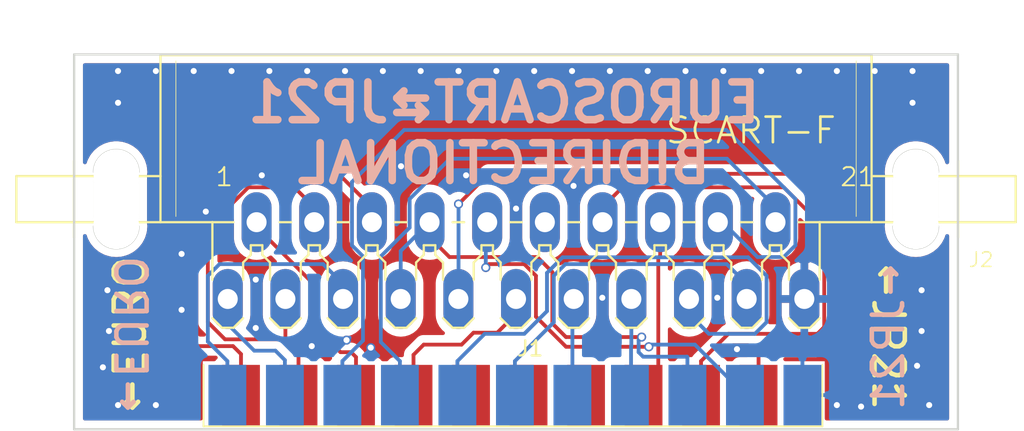
<source format=kicad_pcb>
(kicad_pcb (version 20171130) (host pcbnew "(5.1.0)-1")

  (general
    (thickness 1.6)
    (drawings 9)
    (tracks 213)
    (zones 0)
    (modules 2)
    (nets 23)
  )

  (page A4)
  (layers
    (0 F.Cu signal)
    (31 B.Cu signal)
    (32 B.Adhes user)
    (33 F.Adhes user)
    (34 B.Paste user)
    (35 F.Paste user)
    (36 B.SilkS user)
    (37 F.SilkS user)
    (38 B.Mask user)
    (39 F.Mask user)
    (40 Dwgs.User user)
    (41 Cmts.User user)
    (42 Eco1.User user)
    (43 Eco2.User user)
    (44 Edge.Cuts user)
    (45 Margin user)
    (46 B.CrtYd user)
    (47 F.CrtYd user)
    (48 B.Fab user)
    (49 F.Fab user)
  )

  (setup
    (last_trace_width 0.25)
    (trace_clearance 0.2)
    (zone_clearance 0.508)
    (zone_45_only no)
    (trace_min 0.2)
    (via_size 0.6)
    (via_drill 0.4)
    (via_min_size 0.4)
    (via_min_drill 0.3)
    (uvia_size 0.3)
    (uvia_drill 0.1)
    (uvias_allowed no)
    (uvia_min_size 0.2)
    (uvia_min_drill 0.1)
    (edge_width 0.15)
    (segment_width 0.2)
    (pcb_text_width 0.3)
    (pcb_text_size 1.5 1.5)
    (mod_edge_width 0.15)
    (mod_text_size 1 1)
    (mod_text_width 0.15)
    (pad_size 3.9624 1.9812)
    (pad_drill 1.3208)
    (pad_to_mask_clearance 0.2)
    (aux_axis_origin 0 0)
    (visible_elements 7FFFFFFF)
    (pcbplotparams
      (layerselection 0x010f0_ffffffff)
      (usegerberextensions true)
      (usegerberattributes false)
      (usegerberadvancedattributes false)
      (creategerberjobfile false)
      (excludeedgelayer true)
      (linewidth 0.100000)
      (plotframeref false)
      (viasonmask false)
      (mode 1)
      (useauxorigin false)
      (hpglpennumber 1)
      (hpglpenspeed 20)
      (hpglpendiameter 15.000000)
      (psnegative false)
      (psa4output false)
      (plotreference true)
      (plotvalue true)
      (plotinvisibletext false)
      (padsonsilk false)
      (subtractmaskfromsilk false)
      (outputformat 1)
      (mirror false)
      (drillshape 0)
      (scaleselection 1)
      (outputdirectory "Gerbers/JP21F_to_SCARTM/"))
  )

  (net 0 "")
  (net 1 "Net-(J1-Pad10)")
  (net 2 "Net-(J1-Pad12)")
  (net 3 "Net-(J1-Pad14)")
  (net 4 GRN)
  (net 5 R_GND)
  (net 6 RED)
  (net 7 BLANK)
  (net 8 S_GND)
  (net 9 BK_GND)
  (net 10 S_OUT)
  (net 11 S_IN)
  (net 12 GND)
  (net 13 RT_OUT)
  (net 14 RT_IN)
  (net 15 L_OUT)
  (net 16 A_GND)
  (net 17 B_GND)
  (net 18 L_IN)
  (net 19 BLU)
  (net 20 5V)
  (net 21 G_GND)
  (net 22 "Net-(J2-Pad12)")

  (net_class Default "This is the default net class."
    (clearance 0.2)
    (trace_width 0.25)
    (via_dia 0.6)
    (via_drill 0.4)
    (uvia_dia 0.3)
    (uvia_drill 0.1)
    (add_net 5V)
    (add_net A_GND)
    (add_net BK_GND)
    (add_net BLANK)
    (add_net BLU)
    (add_net B_GND)
    (add_net GND)
    (add_net GRN)
    (add_net G_GND)
    (add_net L_IN)
    (add_net L_OUT)
    (add_net "Net-(J1-Pad10)")
    (add_net "Net-(J1-Pad12)")
    (add_net "Net-(J1-Pad14)")
    (add_net "Net-(J2-Pad12)")
    (add_net RED)
    (add_net RT_IN)
    (add_net RT_OUT)
    (add_net R_GND)
    (add_net S_GND)
    (add_net S_IN)
    (add_net S_OUT)
  )

  (module Tinkerplunk:MALE_SCART (layer F.Cu) (tedit 5D0BB10F) (tstamp 5D280492)
    (at 113.15 93.840501)
    (path /5B540E82)
    (fp_text reference J1 (at 21.59 -5.08) (layer F.SilkS)
      (effects (font (size 1 1) (thickness 0.15)))
    )
    (fp_text value SCART-F (at 13.97 -5.08) (layer F.Fab)
      (effects (font (size 1 1) (thickness 0.15)))
    )
    (fp_line (start 0 0) (end 0 -2.54) (layer F.SilkS) (width 0.12))
    (fp_line (start 0 0) (end 0 0.0635) (layer F.SilkS) (width 0.12))
    (fp_line (start 0 0.0635) (end 40.894 0.0635) (layer F.SilkS) (width 0.12))
    (fp_line (start 40.894 0.0635) (end 40.894 -4.0005) (layer F.SilkS) (width 0.12))
    (fp_line (start 0 -2.54) (end 0 -4.0005) (layer F.SilkS) (width 0.12))
    (pad 2 smd rect (at 2.475 -2) (size 2.5 4) (layers F.Cu F.Paste F.Mask)
      (net 14 RT_IN))
    (pad 4 smd rect (at 6.275 -2) (size 2.5 4) (layers F.Cu F.Paste F.Mask)
      (net 16 A_GND))
    (pad 6 smd rect (at 10.075 -2) (size 2.5 4) (layers F.Cu F.Paste F.Mask)
      (net 18 L_IN))
    (pad 8 smd rect (at 13.875 -2) (size 2.5 4) (layers F.Cu F.Paste F.Mask)
      (net 20 5V))
    (pad 10 smd rect (at 17.675 -2) (size 2.5 4) (layers F.Cu F.Paste F.Mask)
      (net 1 "Net-(J1-Pad10)"))
    (pad 12 smd rect (at 21.475 -2) (size 2.5 4) (layers F.Cu F.Paste F.Mask)
      (net 2 "Net-(J1-Pad12)"))
    (pad 14 smd rect (at 25.275 -2) (size 2.5 4) (layers F.Cu F.Paste F.Mask)
      (net 3 "Net-(J1-Pad14)"))
    (pad 16 smd rect (at 29.075 -2) (size 2.5 4) (layers F.Cu F.Paste F.Mask)
      (net 7 BLANK))
    (pad 18 smd rect (at 32.875 -2) (size 2.5 4) (layers F.Cu F.Paste F.Mask)
      (net 9 BK_GND))
    (pad 20 smd rect (at 36.675 -2) (size 2.5 4) (layers F.Cu F.Paste F.Mask)
      (net 11 S_IN))
    (pad 1 smd rect (at 1.575 -2) (size 2.5 4) (layers B.Cu B.Paste B.Mask)
      (net 13 RT_OUT))
    (pad 3 smd rect (at 5.375 -2) (size 2.5 4) (layers B.Cu B.Paste B.Mask)
      (net 15 L_OUT))
    (pad 5 smd rect (at 9.175 -2) (size 2.5 4) (layers B.Cu B.Paste B.Mask)
      (net 17 B_GND))
    (pad 7 smd rect (at 12.975 -2) (size 2.5 4) (layers B.Cu B.Paste B.Mask)
      (net 19 BLU))
    (pad 9 smd rect (at 16.775 -2) (size 2.5 4) (layers B.Cu B.Paste B.Mask)
      (net 21 G_GND))
    (pad 11 smd rect (at 20.575 -2) (size 2.5 4) (layers B.Cu B.Paste B.Mask)
      (net 4 GRN))
    (pad 13 smd rect (at 24.375 -2) (size 2.5 4) (layers B.Cu B.Paste B.Mask)
      (net 5 R_GND))
    (pad 15 smd rect (at 28.175 -2) (size 2.5 4) (layers B.Cu B.Paste B.Mask)
      (net 6 RED))
    (pad 17 smd rect (at 31.975 -2) (size 2.5 4) (layers B.Cu B.Paste B.Mask)
      (net 8 S_GND))
    (pad 19 smd rect (at 35.775 -2) (size 2.5 4) (layers B.Cu B.Paste B.Mask)
      (net 10 S_OUT))
    (pad 21 smd rect (at 39.575 -2) (size 2.5 4) (layers B.Cu B.Paste B.Mask)
      (net 12 GND))
  )

  (module Tinkerplunk:SCART-F-RA (layer F.Cu) (tedit 5D4DC5C6) (tstamp 5D280563)
    (at 133.8 80.4 180)
    (descr "TV SCART <B>CONNECTOR</B>")
    (path /5B540EA9)
    (fp_text reference J2 (at -29.845 -3.048 180) (layer F.SilkS)
      (effects (font (size 0.9652 0.9652) (thickness 0.09652)) (justify left bottom))
    )
    (fp_text value SCART-F (at -17.78 10.16 180) (layer F.Fab)
      (effects (font (size 1.6891 1.6891) (thickness 0.16891)) (justify left bottom))
    )
    (fp_line (start -23.495 11.049) (end 23.495 11.049) (layer F.SilkS) (width 0.1524))
    (fp_line (start 23.495 11.049) (end 23.495 3.048) (layer F.SilkS) (width 0.1524))
    (fp_line (start 23.495 3.048) (end 33.02 3.048) (layer F.SilkS) (width 0.1524))
    (fp_line (start 33.02 3.048) (end 33.02 0) (layer F.SilkS) (width 0.1524))
    (fp_line (start 33.02 0) (end 23.495 0) (layer F.SilkS) (width 0.1524))
    (fp_line (start 23.495 0) (end 20.066 0) (layer F.SilkS) (width 0.1524))
    (fp_line (start 20.066 0) (end 18.669 0) (layer F.SilkS) (width 0.1524))
    (fp_line (start 23.495 3.048) (end 23.495 0) (layer F.SilkS) (width 0.1524))
    (fp_line (start 22.479 0.381) (end 22.479 10.668) (layer F.SilkS) (width 0.0508))
    (fp_line (start 20.066 0) (end 20.066 -3.81) (layer F.SilkS) (width 0.1524))
    (fp_line (start 18.669 -6.985) (end 18.034 -6.35) (layer F.SilkS) (width 0.1524))
    (fp_line (start 20.066 -6.35) (end 19.431 -6.985) (layer F.SilkS) (width 0.1524))
    (fp_line (start 20.066 -3.81) (end 20.066 -6.35) (layer F.Fab) (width 0.1524))
    (fp_line (start 18.034 -6.35) (end 18.034 -3.81) (layer F.Fab) (width 0.1524))
    (fp_line (start 18.034 -3.81) (end 18.034 -2.667) (layer F.SilkS) (width 0.1524))
    (fp_line (start 18.034 -2.667) (end 17.526 -2.159) (layer F.SilkS) (width 0.1524))
    (fp_line (start 17.526 -2.159) (end 17.526 -1.524) (layer F.SilkS) (width 0.1524))
    (fp_line (start 16.764 -1.524) (end 16.764 -2.159) (layer F.SilkS) (width 0.1524))
    (fp_line (start 16.764 -2.159) (end 16.256 -2.667) (layer F.SilkS) (width 0.1524))
    (fp_line (start 16.256 -2.667) (end 16.256 -3.81) (layer F.SilkS) (width 0.1524))
    (fp_line (start 16.256 -3.81) (end 16.256 -6.35) (layer F.Fab) (width 0.1524))
    (fp_line (start 16.256 -6.35) (end 15.621 -6.985) (layer F.SilkS) (width 0.1524))
    (fp_line (start 15.621 -6.985) (end 14.859 -6.985) (layer F.SilkS) (width 0.1524))
    (fp_line (start 14.859 -6.985) (end 14.224 -6.35) (layer F.SilkS) (width 0.1524))
    (fp_line (start 14.224 -6.35) (end 14.224 -3.81) (layer F.Fab) (width 0.1524))
    (fp_line (start 14.224 -3.81) (end 14.224 -2.667) (layer F.SilkS) (width 0.1524))
    (fp_line (start 18.669 -6.985) (end 19.431 -6.985) (layer F.SilkS) (width 0.1524))
    (fp_line (start 14.224 -2.667) (end 13.716 -2.159) (layer F.SilkS) (width 0.1524))
    (fp_line (start 12.954 -2.159) (end 12.446 -2.667) (layer F.SilkS) (width 0.1524))
    (fp_line (start 12.446 -2.667) (end 12.446 -3.81) (layer F.SilkS) (width 0.1524))
    (fp_line (start 12.446 -3.81) (end 12.446 -6.35) (layer F.Fab) (width 0.1524))
    (fp_line (start 13.716 -2.159) (end 13.716 -1.524) (layer F.SilkS) (width 0.1524))
    (fp_line (start 12.954 -1.524) (end 12.954 -2.159) (layer F.SilkS) (width 0.1524))
    (fp_line (start 17.526 -1.524) (end 16.764 -1.524) (layer F.SilkS) (width 0.1524))
    (fp_line (start 13.716 -1.524) (end 12.954 -1.524) (layer F.SilkS) (width 0.1524))
    (fp_line (start 15.621 0) (end 14.859 0) (layer F.SilkS) (width 0.1524))
    (fp_line (start 15.621 0) (end 18.669 0) (layer F.Fab) (width 0.1524))
    (fp_line (start 11.811 0) (end 11.049 0) (layer F.SilkS) (width 0.1524))
    (fp_line (start 11.811 0) (end 14.859 0) (layer F.Fab) (width 0.1524))
    (fp_line (start 12.446 -6.35) (end 11.811 -6.985) (layer F.SilkS) (width 0.1524))
    (fp_line (start 11.811 -6.985) (end 11.049 -6.985) (layer F.SilkS) (width 0.1524))
    (fp_line (start 11.049 -6.985) (end 10.414 -6.35) (layer F.SilkS) (width 0.1524))
    (fp_line (start 10.414 -6.35) (end 10.414 -3.81) (layer F.Fab) (width 0.1524))
    (fp_line (start 10.414 -3.81) (end 10.414 -2.667) (layer F.SilkS) (width 0.1524))
    (fp_line (start 10.414 -2.667) (end 9.906 -2.159) (layer F.SilkS) (width 0.1524))
    (fp_line (start 9.906 -2.159) (end 9.906 -1.524) (layer F.SilkS) (width 0.1524))
    (fp_line (start 9.906 -1.524) (end 9.144 -1.524) (layer F.SilkS) (width 0.1524))
    (fp_line (start 9.144 -1.524) (end 9.144 -2.159) (layer F.SilkS) (width 0.1524))
    (fp_line (start 9.144 -2.159) (end 8.636 -2.667) (layer F.SilkS) (width 0.1524))
    (fp_line (start 8.636 -2.667) (end 8.636 -3.81) (layer F.SilkS) (width 0.1524))
    (fp_line (start 8.636 -3.81) (end 8.636 -6.35) (layer F.Fab) (width 0.1524))
    (fp_line (start 8.636 -6.35) (end 8.001 -6.985) (layer F.SilkS) (width 0.1524))
    (fp_line (start 8.001 -6.985) (end 7.239 -6.985) (layer F.SilkS) (width 0.1524))
    (fp_line (start 7.239 -6.985) (end 6.604 -6.35) (layer F.SilkS) (width 0.1524))
    (fp_line (start 6.604 -6.35) (end 6.604 -3.81) (layer F.Fab) (width 0.1524))
    (fp_line (start 6.604 -3.81) (end 6.604 -2.667) (layer F.SilkS) (width 0.1524))
    (fp_line (start 6.604 -2.667) (end 6.096 -2.159) (layer F.SilkS) (width 0.1524))
    (fp_line (start 6.096 -2.159) (end 6.096 -1.524) (layer F.SilkS) (width 0.1524))
    (fp_line (start 6.096 -1.524) (end 5.334 -1.524) (layer F.SilkS) (width 0.1524))
    (fp_line (start 5.334 -1.524) (end 5.334 -2.159) (layer F.SilkS) (width 0.1524))
    (fp_line (start 5.334 -2.159) (end 4.826 -2.667) (layer F.SilkS) (width 0.1524))
    (fp_line (start 4.826 -2.667) (end 4.826 -3.81) (layer F.SilkS) (width 0.1524))
    (fp_line (start 4.826 -3.81) (end 4.826 -6.35) (layer F.Fab) (width 0.1524))
    (fp_line (start 4.826 -6.35) (end 4.191 -6.985) (layer F.SilkS) (width 0.1524))
    (fp_line (start 4.191 -6.985) (end 3.429 -6.985) (layer F.SilkS) (width 0.1524))
    (fp_line (start 3.429 -6.985) (end 2.794 -6.35) (layer F.SilkS) (width 0.1524))
    (fp_line (start 2.794 -6.35) (end 2.794 -3.81) (layer F.Fab) (width 0.1524))
    (fp_line (start 2.794 -3.81) (end 2.794 -2.667) (layer F.SilkS) (width 0.1524))
    (fp_line (start 2.794 -2.667) (end 2.286 -2.159) (layer F.SilkS) (width 0.1524))
    (fp_line (start 2.286 -2.159) (end 2.286 -1.524) (layer F.SilkS) (width 0.1524))
    (fp_line (start 2.286 -1.524) (end 1.524 -1.524) (layer F.SilkS) (width 0.1524))
    (fp_line (start 1.524 -1.524) (end 1.524 -2.159) (layer F.SilkS) (width 0.1524))
    (fp_line (start 1.524 -2.159) (end 1.016 -2.667) (layer F.SilkS) (width 0.1524))
    (fp_line (start 1.016 -2.667) (end 1.016 -3.81) (layer F.SilkS) (width 0.1524))
    (fp_line (start 1.016 -3.81) (end 1.016 -6.35) (layer F.Fab) (width 0.1524))
    (fp_line (start 8.001 0) (end 7.239 0) (layer F.SilkS) (width 0.1524))
    (fp_line (start 4.191 0) (end 3.429 0) (layer F.SilkS) (width 0.1524))
    (fp_line (start 0.381 0) (end -0.381 0) (layer F.SilkS) (width 0.1524))
    (fp_line (start 8.001 0) (end 11.049 0) (layer F.Fab) (width 0.1524))
    (fp_line (start 4.191 0) (end 7.239 0) (layer F.Fab) (width 0.1524))
    (fp_line (start 0.381 0) (end 3.429 0) (layer F.Fab) (width 0.1524))
    (fp_line (start 1.016 -6.35) (end 0.381 -6.985) (layer F.SilkS) (width 0.1524))
    (fp_line (start 0.381 -6.985) (end -0.381 -6.985) (layer F.SilkS) (width 0.1524))
    (fp_line (start -0.381 -6.985) (end -1.016 -6.35) (layer F.SilkS) (width 0.1524))
    (fp_line (start -1.016 -6.35) (end -1.016 -3.81) (layer F.Fab) (width 0.1524))
    (fp_line (start -1.016 -3.81) (end -1.016 -2.667) (layer F.SilkS) (width 0.1524))
    (fp_line (start -1.016 -2.667) (end -1.524 -2.159) (layer F.SilkS) (width 0.1524))
    (fp_line (start -1.524 -2.159) (end -1.524 -1.524) (layer F.SilkS) (width 0.1524))
    (fp_line (start -1.524 -1.524) (end -2.286 -1.524) (layer F.SilkS) (width 0.1524))
    (fp_line (start -2.286 -1.524) (end -2.286 -2.159) (layer F.SilkS) (width 0.1524))
    (fp_line (start -2.286 -2.159) (end -2.794 -2.667) (layer F.SilkS) (width 0.1524))
    (fp_line (start -2.794 -2.667) (end -2.794 -3.81) (layer F.SilkS) (width 0.1524))
    (fp_line (start -2.794 -3.81) (end -2.794 -6.35) (layer F.Fab) (width 0.1524))
    (fp_line (start -2.794 -6.35) (end -3.429 -6.985) (layer F.SilkS) (width 0.1524))
    (fp_line (start -3.429 -6.985) (end -4.191 -6.985) (layer F.SilkS) (width 0.1524))
    (fp_line (start -4.191 -6.985) (end -4.826 -6.35) (layer F.SilkS) (width 0.1524))
    (fp_line (start -4.826 -6.35) (end -4.826 -3.81) (layer F.Fab) (width 0.1524))
    (fp_line (start -3.429 0) (end -4.191 0) (layer F.SilkS) (width 0.1524))
    (fp_line (start -3.429 0) (end -0.381 0) (layer F.Fab) (width 0.1524))
    (fp_line (start -4.826 -3.81) (end -4.826 -2.667) (layer F.SilkS) (width 0.1524))
    (fp_line (start -4.826 -2.667) (end -5.334 -2.159) (layer F.SilkS) (width 0.1524))
    (fp_line (start -5.334 -2.159) (end -5.334 -1.524) (layer F.SilkS) (width 0.1524))
    (fp_line (start -5.334 -1.524) (end -6.096 -1.524) (layer F.SilkS) (width 0.1524))
    (fp_line (start -6.096 -1.524) (end -6.096 -2.159) (layer F.SilkS) (width 0.1524))
    (fp_line (start -6.096 -2.159) (end -6.604 -2.667) (layer F.SilkS) (width 0.1524))
    (fp_line (start -6.604 -2.667) (end -6.604 -3.81) (layer F.SilkS) (width 0.1524))
    (fp_line (start -6.604 -3.81) (end -6.604 -6.35) (layer F.Fab) (width 0.1524))
    (fp_line (start -6.604 -6.35) (end -7.239 -6.985) (layer F.SilkS) (width 0.1524))
    (fp_line (start -7.239 -6.985) (end -8.001 -6.985) (layer F.SilkS) (width 0.1524))
    (fp_line (start -8.001 -6.985) (end -8.636 -6.35) (layer F.SilkS) (width 0.1524))
    (fp_line (start -8.636 -6.35) (end -8.636 -3.81) (layer F.Fab) (width 0.1524))
    (fp_line (start -8.636 -3.81) (end -8.636 -2.667) (layer F.SilkS) (width 0.1524))
    (fp_line (start -8.636 -2.667) (end -9.144 -2.159) (layer F.SilkS) (width 0.1524))
    (fp_line (start -9.144 -2.159) (end -9.144 -1.524) (layer F.SilkS) (width 0.1524))
    (fp_line (start -9.144 -1.524) (end -9.906 -1.524) (layer F.SilkS) (width 0.1524))
    (fp_line (start -9.906 -1.524) (end -9.906 -2.159) (layer F.SilkS) (width 0.1524))
    (fp_line (start -9.906 -2.159) (end -10.414 -2.667) (layer F.SilkS) (width 0.1524))
    (fp_line (start -10.414 -2.667) (end -10.414 -3.81) (layer F.SilkS) (width 0.1524))
    (fp_line (start -10.414 -3.81) (end -10.414 -6.35) (layer F.Fab) (width 0.1524))
    (fp_line (start -7.239 0) (end -8.001 0) (layer F.SilkS) (width 0.1524))
    (fp_line (start -7.239 0) (end -4.191 0) (layer F.Fab) (width 0.1524))
    (fp_line (start -11.049 0) (end -8.001 0) (layer F.Fab) (width 0.1524))
    (fp_line (start -10.414 -6.35) (end -11.049 -6.985) (layer F.SilkS) (width 0.1524))
    (fp_line (start -11.049 -6.985) (end -11.811 -6.985) (layer F.SilkS) (width 0.1524))
    (fp_line (start -11.049 0) (end -11.811 0) (layer F.SilkS) (width 0.1524))
    (fp_line (start -14.859 0) (end -15.621 0) (layer F.SilkS) (width 0.1524))
    (fp_line (start -14.859 0) (end -11.811 0) (layer F.Fab) (width 0.1524))
    (fp_line (start -11.811 -6.985) (end -12.446 -6.35) (layer F.SilkS) (width 0.1524))
    (fp_line (start -12.446 -6.35) (end -12.446 -3.81) (layer F.Fab) (width 0.1524))
    (fp_line (start -12.446 -3.81) (end -12.446 -2.667) (layer F.SilkS) (width 0.1524))
    (fp_line (start -12.446 -2.667) (end -12.954 -2.159) (layer F.SilkS) (width 0.1524))
    (fp_line (start -12.954 -2.159) (end -12.954 -1.524) (layer F.SilkS) (width 0.1524))
    (fp_line (start -12.954 -1.524) (end -13.716 -1.524) (layer F.SilkS) (width 0.1524))
    (fp_line (start -13.716 -1.524) (end -13.716 -2.159) (layer F.SilkS) (width 0.1524))
    (fp_line (start -13.716 -2.159) (end -14.224 -2.667) (layer F.SilkS) (width 0.1524))
    (fp_line (start -14.224 -2.667) (end -14.224 -3.81) (layer F.SilkS) (width 0.1524))
    (fp_line (start -14.224 -3.81) (end -14.224 -6.35) (layer F.Fab) (width 0.1524))
    (fp_line (start -14.224 -6.35) (end -14.859 -6.985) (layer F.SilkS) (width 0.1524))
    (fp_line (start -14.859 -6.985) (end -15.621 -6.985) (layer F.SilkS) (width 0.1524))
    (fp_line (start -15.621 -6.985) (end -16.256 -6.35) (layer F.SilkS) (width 0.1524))
    (fp_line (start -16.256 -6.35) (end -16.256 -3.81) (layer F.Fab) (width 0.1524))
    (fp_line (start -16.256 -3.81) (end -16.256 -2.667) (layer F.SilkS) (width 0.1524))
    (fp_line (start -16.256 -2.667) (end -16.764 -2.159) (layer F.SilkS) (width 0.1524))
    (fp_line (start -16.764 -2.159) (end -16.764 -1.524) (layer F.SilkS) (width 0.1524))
    (fp_line (start -16.764 -1.524) (end -17.526 -1.524) (layer F.SilkS) (width 0.1524))
    (fp_line (start -17.526 -1.524) (end -17.526 -2.159) (layer F.SilkS) (width 0.1524))
    (fp_line (start -17.526 -2.159) (end -18.034 -2.667) (layer F.SilkS) (width 0.1524))
    (fp_line (start -18.034 -2.667) (end -18.034 -3.81) (layer F.SilkS) (width 0.1524))
    (fp_line (start -18.034 -3.81) (end -18.034 -6.35) (layer F.Fab) (width 0.1524))
    (fp_line (start -18.669 0) (end -15.621 0) (layer F.Fab) (width 0.1524))
    (fp_line (start -18.669 0) (end -20.066 0) (layer F.SilkS) (width 0.1524))
    (fp_line (start -18.034 -6.35) (end -18.669 -6.985) (layer F.SilkS) (width 0.1524))
    (fp_line (start -18.669 -6.985) (end -19.431 -6.985) (layer F.SilkS) (width 0.1524))
    (fp_line (start -19.431 -6.985) (end -20.066 -6.35) (layer F.SilkS) (width 0.1524))
    (fp_line (start -20.066 -6.35) (end -20.066 -3.81) (layer F.Fab) (width 0.1524))
    (fp_line (start -20.066 0) (end -20.066 -3.81) (layer F.SilkS) (width 0.1524))
    (fp_line (start -20.066 0) (end -23.495 0) (layer F.SilkS) (width 0.1524))
    (fp_line (start -23.495 3.048) (end -23.495 0) (layer F.SilkS) (width 0.1524))
    (fp_line (start -23.495 0) (end -33.02 0) (layer F.SilkS) (width 0.1524))
    (fp_line (start -33.02 3.048) (end -33.02 0) (layer F.SilkS) (width 0.1524))
    (fp_line (start -33.02 3.048) (end -23.495 3.048) (layer F.SilkS) (width 0.1524))
    (fp_line (start -23.495 11.049) (end -23.495 3.048) (layer F.SilkS) (width 0.1524))
    (fp_line (start -22.479 0.381) (end -22.479 10.668) (layer F.SilkS) (width 0.0508))
    (fp_line (start 29.21 4.064) (end 29.21 -1.016) (layer F.SilkS) (width 0.1524))
    (fp_line (start -29.21 4.064) (end -29.21 -1.016) (layer F.SilkS) (width 0.1524))
    (fp_line (start 24.892 3.302) (end 24.892 -0.254) (layer Edge.Cuts) (width 0.0024))
    (fp_arc (start 26.416 3.302) (end 24.892 3.302) (angle -180) (layer Edge.Cuts) (width 0.05))
    (fp_arc (start 26.416 -0.253999) (end 24.892 -0.254) (angle 180) (layer Edge.Cuts) (width 0.05))
    (fp_line (start 27.94 -0.254) (end 27.94 3.302) (layer Edge.Cuts) (width 0.0024))
    (fp_line (start -27.94 3.302) (end -27.94 -0.254) (layer Edge.Cuts) (width 0.0024))
    (fp_arc (start -26.416 3.302) (end -27.94 3.302) (angle -180) (layer Edge.Cuts) (width 0.05))
    (fp_arc (start -26.416 -0.253999) (end -27.94 -0.254) (angle 180) (layer Edge.Cuts) (width 0.05))
    (fp_line (start -24.892 -0.254) (end -24.892 3.302) (layer Edge.Cuts) (width 0.0024))
    (fp_text user 3,0 (at 24.765 7.112 180) (layer Dwgs.User)
      (effects (font (size 1.6891 1.6891) (thickness 0.1778)) (justify left bottom))
    )
    (fp_text user 1 (at 19.939 2.286 180) (layer F.SilkS)
      (effects (font (size 1.2065 1.2065) (thickness 0.127)) (justify left bottom))
    )
    (fp_text user 21 (at -21.336 2.286 180) (layer F.SilkS)
      (effects (font (size 1.2065 1.2065) (thickness 0.127)) (justify left bottom))
    )
    (fp_text user long (at 31.877 7.62 270) (layer Dwgs.User)
      (effects (font (size 1.6891 1.6891) (thickness 0.1778)) (justify left bottom))
    )
    (fp_text user SCART-F (at -9.779 5.08 180) (layer F.SilkS)
      (effects (font (size 1.6891 1.6891) (thickness 0.1778)) (justify left bottom))
    )
    (fp_text user "3,0 " (at -28.067 7.112 180) (layer Dwgs.User)
      (effects (font (size 1.6891 1.6891) (thickness 0.1778)) (justify left bottom))
    )
    (fp_text user "long " (at -29.083 7.747 270) (layer Dwgs.User)
      (effects (font (size 1.6891 1.6891) (thickness 0.1778)) (justify left bottom))
    )
    (pad 1 thru_hole oval (at 19.05 -5.08 270) (size 3.9624 1.9812) (drill 1.3208) (layers *.Cu *.Mask)
      (net 15 L_OUT) (solder_mask_margin 0.1016))
    (pad 2 thru_hole oval (at 17.145 0 270) (size 3.9624 1.9812) (drill 1.3208) (layers *.Cu *.Mask)
      (net 18 L_IN) (solder_mask_margin 0.1016))
    (pad 3 thru_hole oval (at 15.24 -5.08 270) (size 3.9624 1.9812) (drill 1.3208) (layers *.Cu *.Mask)
      (net 16 A_GND) (solder_mask_margin 0.1016))
    (pad 4 thru_hole oval (at 13.335 0 270) (size 3.9624 1.9812) (drill 1.3208) (layers *.Cu *.Mask)
      (net 16 A_GND) (solder_mask_margin 0.1016))
    (pad 5 thru_hole oval (at 11.43 -5.08 270) (size 3.9624 1.9812) (drill 1.3208) (layers *.Cu *.Mask)
      (net 13 RT_OUT) (solder_mask_margin 0.1016))
    (pad 6 thru_hole oval (at 9.525 0 270) (size 3.9624 1.9812) (drill 1.3208) (layers *.Cu *.Mask)
      (net 14 RT_IN) (solder_mask_margin 0.1016))
    (pad 7 thru_hole oval (at 7.62 -5.08 270) (size 3.9624 1.9812) (drill 1.3208) (layers *.Cu *.Mask)
      (net 8 S_GND) (solder_mask_margin 0.1016))
    (pad 8 thru_hole oval (at 5.715 0 270) (size 3.9624 1.9812) (drill 1.3208) (layers *.Cu *.Mask)
      (net 8 S_GND) (solder_mask_margin 0.1016))
    (pad 9 thru_hole oval (at 3.81 -5.08 270) (size 3.9624 1.9812) (drill 1.3208) (layers *.Cu *.Mask)
      (net 11 S_IN) (solder_mask_margin 0.1016))
    (pad 10 thru_hole oval (at 1.905 0 270) (size 3.9624 1.9812) (drill 1.3208) (layers *.Cu *.Mask)
      (net 10 S_OUT) (solder_mask_margin 0.1016))
    (pad 11 thru_hole oval (at 0 -5.08 270) (size 3.9624 1.9812) (drill 1.3208) (layers *.Cu *.Mask)
      (net 20 5V) (solder_mask_margin 0.1016))
    (pad 12 thru_hole oval (at -1.905 0 270) (size 3.9624 1.9812) (drill 1.3208) (layers *.Cu *.Mask)
      (net 22 "Net-(J2-Pad12)") (solder_mask_margin 0.1016))
    (pad 13 thru_hole oval (at -3.81 -5.08 270) (size 3.9624 1.9812) (drill 1.3208) (layers *.Cu *.Mask)
      (net 5 R_GND) (solder_mask_margin 0.1016))
    (pad 14 thru_hole oval (at -5.715 0 270) (size 3.9624 1.9812) (drill 1.3208) (layers *.Cu *.Mask)
      (net 9 BK_GND) (solder_mask_margin 0.1016))
    (pad 15 thru_hole oval (at -7.62 -5.08 270) (size 3.9624 1.9812) (drill 1.3208) (layers *.Cu *.Mask)
      (net 6 RED) (solder_mask_margin 0.1016))
    (pad 16 thru_hole oval (at -9.525 0 270) (size 3.9624 1.9812) (drill 1.3208) (layers *.Cu *.Mask)
      (net 7 BLANK) (solder_mask_margin 0.1016))
    (pad 17 thru_hole oval (at -11.43 -5.08 270) (size 3.9624 1.9812) (drill 1.3208) (layers *.Cu *.Mask)
      (net 21 G_GND) (solder_mask_margin 0.1016))
    (pad 18 thru_hole oval (at -13.335 0 270) (size 3.9624 1.9812) (drill 1.3208) (layers *.Cu *.Mask)
      (net 17 B_GND) (solder_mask_margin 0.1016))
    (pad 19 thru_hole oval (at -15.24 -5.08 270) (size 3.9624 1.9812) (drill 1.3208) (layers *.Cu *.Mask)
      (net 4 GRN) (solder_mask_margin 0.1016))
    (pad 20 thru_hole oval (at -17.145 0 270) (size 3.9624 1.9812) (drill 1.3208) (layers *.Cu *.Mask)
      (net 19 BLU) (solder_mask_margin 0.1016))
    (pad 21 thru_hole oval (at -19.05 -5.08 270) (size 3.9624 1.9812) (drill 1.3208) (layers *.Cu *.Mask)
      (net 12 GND) (solder_mask_margin 0.1016))
    (pad "" np_thru_hole circle (at 26.416 -0.254 180) (size 3.0226 3.0226) (drill 3.0226) (layers *.Cu *.Mask))
    (pad "" np_thru_hole circle (at 26.416 3.302 180) (size 3.0226 3.0226) (drill 3.0226) (layers *.Cu *.Mask))
    (pad "" np_thru_hole circle (at -26.416 -0.254 180) (size 3.0226 3.0226) (drill 3.0226) (layers *.Cu *.Mask))
    (pad "" np_thru_hole circle (at -26.416 3.302 180) (size 3.0226 3.0226) (drill 3.0226) (layers *.Cu *.Mask))
    (model "C:/Users/jacob/Documents/Github/Tinkerplunk-KiCAD-Footprints/Tinkerplunk.pretty/3D Models/scart-RA.wrl"
      (offset (xyz 0 -2 0))
      (scale (xyz 1 1 1))
      (rotate (xyz 0 0 0))
    )
  )

  (gr_text "EUROSCART⇄JP21\nBIDIRECTIONAL" (at 133 74.5) (layer B.SilkS)
    (effects (font (size 2.5 2.5) (thickness 0.5)) (justify mirror))
  )
  (gr_text ←EURO (at 108.3 87.9 270) (layer B.SilkS) (tstamp 5D281AAD)
    (effects (font (size 2 2) (thickness 0.3)) (justify mirror))
  )
  (gr_text ←JP21 (at 158.4 87.9 90) (layer B.SilkS) (tstamp 5D2819D7)
    (effects (font (size 2 2) (thickness 0.3)) (justify mirror))
  )
  (gr_text ←JP21 (at 158.4 87.9 270) (layer F.SilkS) (tstamp 5D2817CB)
    (effects (font (size 2 2) (thickness 0.3)))
  )
  (gr_text ←EURO (at 108.3 87.9 90) (layer F.SilkS)
    (effects (font (size 2 2) (thickness 0.3)))
  )
  (gr_line (start 163 69.3) (end 104.6 69.3) (layer Edge.Cuts) (width 0.15) (tstamp 5D280A87))
  (gr_line (start 163 94.1) (end 163 69.3) (layer Edge.Cuts) (width 0.15))
  (gr_line (start 104.6 94.1) (end 163 94.1) (layer Edge.Cuts) (width 0.15))
  (gr_line (start 104.6 69.3) (end 104.6 94.1) (layer Edge.Cuts) (width 0.15))

  (segment (start 149.04 84.4894) (end 149.04 85.48) (width 0.25) (layer B.Cu) (net 4))
  (segment (start 147.72439 83.17379) (end 149.04 84.4894) (width 0.25) (layer B.Cu) (net 4))
  (segment (start 137.065057 83.17379) (end 147.72439 83.17379) (width 0.25) (layer B.Cu) (net 4))
  (segment (start 136.29439 83.944457) (end 137.065057 83.17379) (width 0.25) (layer B.Cu) (net 4))
  (segment (start 136.29439 87.021111) (end 136.29439 83.944457) (width 0.25) (layer B.Cu) (net 4))
  (segment (start 133.725 89.590501) (end 136.29439 87.021111) (width 0.25) (layer B.Cu) (net 4))
  (segment (start 133.725 91.840501) (end 133.725 89.590501) (width 0.25) (layer B.Cu) (net 4))
  (segment (start 137.525 85.565) (end 137.61 85.48) (width 0.25) (layer B.Cu) (net 5))
  (segment (start 137.525 91.840501) (end 137.525 85.565) (width 0.25) (layer B.Cu) (net 5))
  (segment (start 141.42 88.58) (end 141.42 85.48) (width 0.25) (layer B.Cu) (net 6))
  (segment (start 141.4 88.6) (end 141.42 88.58) (width 0.25) (layer B.Cu) (net 6))
  (segment (start 141.4 91.015501) (end 141.4 88.6) (width 0.25) (layer B.Cu) (net 6))
  (segment (start 141.325 91.840501) (end 141.325 91.090501) (width 0.25) (layer B.Cu) (net 6))
  (segment (start 141.325 91.090501) (end 141.4 91.015501) (width 0.25) (layer B.Cu) (net 6))
  (segment (start 143.325 82.6312) (end 143.325 80.4) (width 0.25) (layer F.Cu) (net 7))
  (segment (start 143.2 82.7562) (end 143.325 82.6312) (width 0.25) (layer F.Cu) (net 7))
  (segment (start 143.2 90.115501) (end 143.2 82.7562) (width 0.25) (layer F.Cu) (net 7))
  (segment (start 142.225 91.840501) (end 142.225 91.090501) (width 0.25) (layer F.Cu) (net 7))
  (segment (start 142.225 91.090501) (end 143.2 90.115501) (width 0.25) (layer F.Cu) (net 7))
  (segment (start 126.18 82.305) (end 128.085 80.4) (width 0.25) (layer B.Cu) (net 8))
  (segment (start 126.18 85.48) (end 126.18 82.305) (width 0.25) (layer B.Cu) (net 8))
  (via (at 142.1 88) (size 0.6) (drill 0.4) (layers F.Cu B.Cu) (net 8))
  (segment (start 129.40061 82.70621) (end 135.20621 82.70621) (width 0.25) (layer F.Cu) (net 8))
  (segment (start 136.2 87.1) (end 137.1 88) (width 0.25) (layer F.Cu) (net 8))
  (segment (start 128.085 81.3906) (end 129.40061 82.70621) (width 0.25) (layer F.Cu) (net 8))
  (segment (start 137.1 88) (end 141.675736 88) (width 0.25) (layer F.Cu) (net 8))
  (segment (start 141.675736 88) (end 142.1 88) (width 0.25) (layer F.Cu) (net 8))
  (segment (start 136.2 83.7) (end 136.2 87.1) (width 0.25) (layer F.Cu) (net 8))
  (segment (start 135.20621 82.70621) (end 136.2 83.7) (width 0.25) (layer F.Cu) (net 8))
  (segment (start 128.085 80.4) (end 128.085 81.3906) (width 0.25) (layer F.Cu) (net 8))
  (segment (start 141.9 88.2) (end 142.1 88) (width 0.25) (layer B.Cu) (net 8))
  (segment (start 141.9 89) (end 141.9 88.2) (width 0.25) (layer B.Cu) (net 8))
  (segment (start 142.2 89.3) (end 141.9 89) (width 0.25) (layer B.Cu) (net 8))
  (segment (start 145.1 89.3) (end 142.2 89.3) (width 0.25) (layer B.Cu) (net 8))
  (segment (start 145.125 91.840501) (end 145.125 89.325) (width 0.25) (layer B.Cu) (net 8))
  (segment (start 145.125 89.325) (end 145.1 89.3) (width 0.25) (layer B.Cu) (net 8))
  (segment (start 139.515 79.4094) (end 139.515 80.4) (width 0.25) (layer F.Cu) (net 9))
  (segment (start 140.83061 78.09379) (end 139.515 79.4094) (width 0.25) (layer F.Cu) (net 9))
  (segment (start 151.489943 78.09379) (end 140.83061 78.09379) (width 0.25) (layer F.Cu) (net 9))
  (segment (start 154.16561 80.769457) (end 151.489943 78.09379) (width 0.25) (layer F.Cu) (net 9))
  (segment (start 154.16561 87.33439) (end 154.16561 80.769457) (width 0.25) (layer F.Cu) (net 9))
  (segment (start 147.829291 87.78621) (end 153.71379 87.78621) (width 0.25) (layer F.Cu) (net 9))
  (segment (start 146.025 89.590501) (end 147.829291 87.78621) (width 0.25) (layer F.Cu) (net 9))
  (segment (start 153.71379 87.78621) (end 154.16561 87.33439) (width 0.25) (layer F.Cu) (net 9))
  (segment (start 146.025 91.840501) (end 146.025 89.590501) (width 0.25) (layer F.Cu) (net 9))
  (segment (start 148.925 91.840501) (end 148.925 91.090501) (width 0.25) (layer B.Cu) (net 10))
  (segment (start 145.619501 88.5) (end 142.55001 88.5) (width 0.25) (layer B.Cu) (net 10))
  (segment (start 148.925 91.840501) (end 148.925 91.805499) (width 0.25) (layer B.Cu) (net 10))
  (segment (start 148.925 91.805499) (end 145.619501 88.5) (width 0.25) (layer B.Cu) (net 10))
  (via (at 142.575 88.643721) (size 0.6) (drill 0.4) (layers F.Cu B.Cu) (net 10))
  (segment (start 142.55001 88.5) (end 142.55001 88.618731) (width 0.25) (layer B.Cu) (net 10))
  (segment (start 142.55001 88.618731) (end 142.575 88.643721) (width 0.25) (layer B.Cu) (net 10))
  (segment (start 132.02621 83.17379) (end 131.8 83.4) (width 0.25) (layer F.Cu) (net 10))
  (segment (start 134.344943 83.17379) (end 132.02621 83.17379) (width 0.25) (layer F.Cu) (net 10))
  (segment (start 135.11561 83.944457) (end 134.344943 83.17379) (width 0.25) (layer F.Cu) (net 10))
  (segment (start 135.11561 86.65202) (end 135.11561 83.944457) (width 0.25) (layer F.Cu) (net 10))
  (segment (start 142.575 88.643721) (end 137.107311 88.643721) (width 0.25) (layer F.Cu) (net 10))
  (segment (start 137.107311 88.643721) (end 135.11561 86.65202) (width 0.25) (layer F.Cu) (net 10))
  (via (at 131.8 83.4) (size 0.6) (drill 0.4) (layers F.Cu B.Cu) (net 10))
  (segment (start 131.8 80.495) (end 131.895 80.4) (width 0.25) (layer B.Cu) (net 10))
  (segment (start 131.8 83.4) (end 131.8 80.495) (width 0.25) (layer B.Cu) (net 10))
  (segment (start 149.825 88.875) (end 149.825 91.840501) (width 0.25) (layer F.Cu) (net 11))
  (segment (start 152.1 77.2) (end 155.1 80.2) (width 0.25) (layer F.Cu) (net 11))
  (segment (start 133 77.2) (end 152.1 77.2) (width 0.25) (layer F.Cu) (net 11))
  (segment (start 155.1 80.2) (end 155.1 87.2) (width 0.25) (layer F.Cu) (net 11))
  (segment (start 155.1 87.2) (end 153.6 88.7) (width 0.25) (layer F.Cu) (net 11))
  (segment (start 153.6 88.7) (end 150 88.7) (width 0.25) (layer F.Cu) (net 11))
  (segment (start 150 88.7) (end 149.825 88.875) (width 0.25) (layer F.Cu) (net 11))
  (via (at 130 79.2) (size 0.6) (drill 0.4) (layers F.Cu B.Cu) (net 11))
  (segment (start 133 77.2) (end 132 77.2) (width 0.25) (layer F.Cu) (net 11))
  (segment (start 132 77.2) (end 130 79.2) (width 0.25) (layer F.Cu) (net 11))
  (segment (start 130 85.47) (end 129.99 85.48) (width 0.25) (layer B.Cu) (net 11))
  (segment (start 130 79.2) (end 130 85.47) (width 0.25) (layer B.Cu) (net 11))
  (via (at 160 70.4) (size 0.6) (drill 0.4) (layers F.Cu B.Cu) (net 12))
  (via (at 157.5 70.4) (size 0.6) (drill 0.4) (layers F.Cu B.Cu) (net 12))
  (via (at 155 70.4) (size 0.6) (drill 0.4) (layers F.Cu B.Cu) (net 12))
  (via (at 152.5 70.4) (size 0.6) (drill 0.4) (layers F.Cu B.Cu) (net 12))
  (via (at 150 70.4) (size 0.6) (drill 0.4) (layers F.Cu B.Cu) (net 12))
  (via (at 147.5 70.4) (size 0.6) (drill 0.4) (layers F.Cu B.Cu) (net 12))
  (via (at 145 70.4) (size 0.6) (drill 0.4) (layers F.Cu B.Cu) (net 12))
  (via (at 142.5 70.4) (size 0.6) (drill 0.4) (layers F.Cu B.Cu) (net 12))
  (via (at 140 70.4) (size 0.6) (drill 0.4) (layers F.Cu B.Cu) (net 12))
  (via (at 137.5 70.4) (size 0.6) (drill 0.4) (layers F.Cu B.Cu) (net 12))
  (via (at 135 70.4) (size 0.6) (drill 0.4) (layers F.Cu B.Cu) (net 12))
  (via (at 132.5 70.4) (size 0.6) (drill 0.4) (layers F.Cu B.Cu) (net 12))
  (via (at 130 70.4) (size 0.6) (drill 0.4) (layers F.Cu B.Cu) (net 12))
  (via (at 127.5 70.4) (size 0.6) (drill 0.4) (layers F.Cu B.Cu) (net 12))
  (via (at 125 70.4) (size 0.6) (drill 0.4) (layers F.Cu B.Cu) (net 12))
  (via (at 122.5 70.4) (size 0.6) (drill 0.4) (layers F.Cu B.Cu) (net 12))
  (via (at 120 70.4) (size 0.6) (drill 0.4) (layers F.Cu B.Cu) (net 12))
  (via (at 117.5 70.4) (size 0.6) (drill 0.4) (layers F.Cu B.Cu) (net 12))
  (via (at 115 70.4) (size 0.6) (drill 0.4) (layers F.Cu B.Cu) (net 12))
  (via (at 112.5 70.4) (size 0.6) (drill 0.4) (layers F.Cu B.Cu) (net 12))
  (via (at 110 70.4) (size 0.6) (drill 0.4) (layers F.Cu B.Cu) (net 12))
  (via (at 107.5 70.4) (size 0.6) (drill 0.4) (layers F.Cu B.Cu) (net 12))
  (via (at 155 92.5) (size 0.6) (drill 0.4) (layers F.Cu B.Cu) (net 12))
  (via (at 160 72.5) (size 0.6) (drill 0.4) (layers F.Cu B.Cu) (net 12))
  (via (at 107.5 72.5) (size 0.6) (drill 0.4) (layers F.Cu B.Cu) (net 12))
  (via (at 107.5 92.5) (size 0.6) (drill 0.4) (layers F.Cu B.Cu) (net 12))
  (via (at 110 92.5) (size 0.6) (drill 0.4) (layers F.Cu B.Cu) (net 12))
  (segment (start 152.725 85.605) (end 152.85 85.48) (width 0.25) (layer B.Cu) (net 12))
  (segment (start 152.725 91.840501) (end 152.725 85.605) (width 0.25) (layer B.Cu) (net 12))
  (via (at 111.7 86.2) (size 0.6) (drill 0.4) (layers F.Cu B.Cu) (net 12))
  (via (at 111.7 82.5) (size 0.6) (drill 0.4) (layers F.Cu B.Cu) (net 12))
  (via (at 113.3 79.7) (size 0.6) (drill 0.4) (layers F.Cu B.Cu) (net 12))
  (via (at 117 77.3) (size 0.6) (drill 0.4) (layers F.Cu B.Cu) (net 12))
  (via (at 126.2 76.7) (size 0.6) (drill 0.4) (layers F.Cu B.Cu) (net 12))
  (via (at 130.5 77.3) (size 0.6) (drill 0.4) (layers F.Cu B.Cu) (net 12))
  (via (at 124.2 88.7) (size 0.6) (drill 0.4) (layers F.Cu B.Cu) (net 12))
  (via (at 122.6 88.2) (size 0.6) (drill 0.4) (layers F.Cu B.Cu) (net 12))
  (via (at 120.3 88.6) (size 0.6) (drill 0.4) (layers F.Cu B.Cu) (net 12))
  (via (at 116.6 87.4) (size 0.6) (drill 0.4) (layers F.Cu B.Cu) (net 12))
  (via (at 116.6 84.2) (size 0.6) (drill 0.4) (layers F.Cu B.Cu) (net 12))
  (via (at 137.6 78) (size 0.6) (drill 0.4) (layers F.Cu B.Cu) (net 12))
  (via (at 133.8 79.5) (size 0.6) (drill 0.4) (layers F.Cu B.Cu) (net 12))
  (via (at 148.4 88.8) (size 0.6) (drill 0.4) (layers F.Cu B.Cu) (net 12))
  (via (at 139.5 85.4) (size 0.6) (drill 0.4) (layers F.Cu B.Cu) (net 12))
  (via (at 147.1 85.4) (size 0.6) (drill 0.4) (layers F.Cu B.Cu) (net 12))
  (via (at 106.8 84.9) (size 0.6) (drill 0.4) (layers F.Cu B.Cu) (net 12))
  (via (at 106.9 87.6) (size 0.6) (drill 0.4) (layers F.Cu B.Cu) (net 12))
  (via (at 106.5 90) (size 0.6) (drill 0.4) (layers F.Cu B.Cu) (net 12))
  (via (at 156.6 92.6) (size 0.6) (drill 0.4) (layers F.Cu B.Cu) (net 12))
  (via (at 160.3 89.9) (size 0.6) (drill 0.4) (layers F.Cu B.Cu) (net 12))
  (via (at 160.6 87.6) (size 0.6) (drill 0.4) (layers F.Cu B.Cu) (net 12))
  (via (at 160.6 84.9) (size 0.6) (drill 0.4) (layers F.Cu B.Cu) (net 12))
  (via (at 161.1 92.499998) (size 0.6) (drill 0.4) (layers F.Cu B.Cu) (net 12))
  (segment (start 152.725 91.840501) (end 160.440503 91.840501) (width 0.25) (layer B.Cu) (net 12))
  (segment (start 160.800001 92.199999) (end 161.1 92.499998) (width 0.25) (layer B.Cu) (net 12))
  (segment (start 160.440503 91.840501) (end 160.800001 92.199999) (width 0.25) (layer B.Cu) (net 12))
  (segment (start 122.37 84.4894) (end 122.37 85.48) (width 0.25) (layer B.Cu) (net 13))
  (segment (start 121.05439 83.17379) (end 122.37 84.4894) (width 0.25) (layer B.Cu) (net 13))
  (segment (start 114.205057 83.17379) (end 121.05439 83.17379) (width 0.25) (layer B.Cu) (net 13))
  (segment (start 113.43439 83.944457) (end 114.205057 83.17379) (width 0.25) (layer B.Cu) (net 13))
  (segment (start 113.43439 88.299891) (end 113.43439 83.944457) (width 0.25) (layer B.Cu) (net 13))
  (segment (start 114.725 89.590501) (end 113.43439 88.299891) (width 0.25) (layer B.Cu) (net 13))
  (segment (start 114.725 91.840501) (end 114.725 89.590501) (width 0.25) (layer B.Cu) (net 13))
  (segment (start 124.275 79.4094) (end 121.4656 76.6) (width 0.25) (layer F.Cu) (net 14))
  (segment (start 124.275 80.4) (end 124.275 79.4094) (width 0.25) (layer F.Cu) (net 14))
  (segment (start 121.4656 76.6) (end 115.3 76.6) (width 0.25) (layer F.Cu) (net 14))
  (segment (start 115.3 76.6) (end 110.9 81) (width 0.25) (layer F.Cu) (net 14))
  (segment (start 110.9 81) (end 110.9 86.9) (width 0.25) (layer F.Cu) (net 14))
  (segment (start 110.9 86.9) (end 112.6 88.6) (width 0.25) (layer F.Cu) (net 14))
  (segment (start 112.6 88.6) (end 115.1 88.6) (width 0.25) (layer F.Cu) (net 14))
  (segment (start 115.625 89.125) (end 115.625 91.840501) (width 0.25) (layer F.Cu) (net 14))
  (segment (start 115.1 88.6) (end 115.625 89.125) (width 0.25) (layer F.Cu) (net 14))
  (segment (start 114.75 87.15) (end 114.75 85.48) (width 0.25) (layer B.Cu) (net 15))
  (segment (start 116.5 88.9) (end 114.75 87.15) (width 0.25) (layer B.Cu) (net 15))
  (segment (start 117.9 88.9) (end 116.5 88.9) (width 0.25) (layer B.Cu) (net 15))
  (segment (start 118.525 91.840501) (end 118.525 89.525) (width 0.25) (layer B.Cu) (net 15))
  (segment (start 118.525 89.525) (end 117.9 88.9) (width 0.25) (layer B.Cu) (net 15))
  (segment (start 114.568837 88.14999) (end 118.44999 88.14999) (width 0.25) (layer F.Cu) (net 16))
  (segment (start 120.465 79.4094) (end 119.14939 78.09379) (width 0.25) (layer F.Cu) (net 16))
  (segment (start 120.465 80.4) (end 120.465 79.4094) (width 0.25) (layer F.Cu) (net 16))
  (segment (start 119.14939 78.09379) (end 116.110057 78.09379) (width 0.25) (layer F.Cu) (net 16))
  (segment (start 116.110057 78.09379) (end 113.43439 80.769457) (width 0.25) (layer F.Cu) (net 16))
  (segment (start 113.43439 80.769457) (end 113.43439 87.015543) (width 0.25) (layer F.Cu) (net 16))
  (segment (start 113.43439 87.015543) (end 114.568837 88.14999) (width 0.25) (layer F.Cu) (net 16))
  (segment (start 119.425 89.125) (end 119.425 91.840501) (width 0.25) (layer F.Cu) (net 16))
  (segment (start 118.44999 88.14999) (end 119.425 89.125) (width 0.25) (layer F.Cu) (net 16))
  (segment (start 118.56 85.48) (end 118.56 86.4706) (width 0.25) (layer F.Cu) (net 16))
  (segment (start 118.56 88.03998) (end 118.56 85.48) (width 0.25) (layer F.Cu) (net 16))
  (segment (start 118.44999 88.14999) (end 118.56 88.03998) (width 0.25) (layer F.Cu) (net 16))
  (segment (start 122.325 91.840501) (end 122.325 91.090501) (width 0.25) (layer B.Cu) (net 17))
  (segment (start 149.753773 82.70621) (end 147.447563 80.4) (width 0.25) (layer B.Cu) (net 17))
  (segment (start 152.26061 81.935543) (end 151.489943 82.70621) (width 0.25) (layer B.Cu) (net 17))
  (segment (start 152.26061 78.864457) (end 152.26061 81.935543) (width 0.25) (layer B.Cu) (net 17))
  (segment (start 122.325 89.590501) (end 123.68561 88.229891) (width 0.25) (layer B.Cu) (net 17))
  (segment (start 151.489943 82.70621) (end 149.753773 82.70621) (width 0.25) (layer B.Cu) (net 17))
  (segment (start 122.325 91.840501) (end 122.325 89.590501) (width 0.25) (layer B.Cu) (net 17))
  (segment (start 147.696153 74.3) (end 152.26061 78.864457) (width 0.25) (layer B.Cu) (net 17))
  (segment (start 123.68561 82.661763) (end 122.95939 81.935543) (width 0.25) (layer B.Cu) (net 17))
  (segment (start 147.447563 80.4) (end 147.135 80.4) (width 0.25) (layer B.Cu) (net 17))
  (segment (start 126.4 74.3) (end 147.696153 74.3) (width 0.25) (layer B.Cu) (net 17))
  (segment (start 122.95939 81.935543) (end 122.95939 77.74061) (width 0.25) (layer B.Cu) (net 17))
  (segment (start 123.68561 88.229891) (end 123.68561 82.661763) (width 0.25) (layer B.Cu) (net 17))
  (segment (start 122.95939 77.74061) (end 126.4 74.3) (width 0.25) (layer B.Cu) (net 17))
  (segment (start 123.225 89.325) (end 123.225 91.840501) (width 0.25) (layer F.Cu) (net 18))
  (segment (start 116.655 80.723847) (end 120.4 84.468847) (width 0.25) (layer F.Cu) (net 18))
  (segment (start 116.655 80.4) (end 116.655 80.723847) (width 0.25) (layer F.Cu) (net 18))
  (segment (start 120.4 84.468847) (end 120.4 87.2) (width 0.25) (layer F.Cu) (net 18))
  (segment (start 120.4 87.2) (end 122.2 89) (width 0.25) (layer F.Cu) (net 18))
  (segment (start 122.2 89) (end 122.9 89) (width 0.25) (layer F.Cu) (net 18))
  (segment (start 122.9 89) (end 123.225 89.325) (width 0.25) (layer F.Cu) (net 18))
  (segment (start 126.125 91.840501) (end 126.125 91.090501) (width 0.25) (layer B.Cu) (net 19))
  (segment (start 126.76939 78.864457) (end 129.433847 76.2) (width 0.25) (layer B.Cu) (net 19))
  (segment (start 126.76939 80.756763) (end 126.76939 78.864457) (width 0.25) (layer B.Cu) (net 19))
  (segment (start 124.86439 82.661763) (end 126.76939 80.756763) (width 0.25) (layer B.Cu) (net 19))
  (segment (start 124.86439 88.329891) (end 124.86439 82.661763) (width 0.25) (layer B.Cu) (net 19))
  (segment (start 126.125 91.840501) (end 126.125 89.590501) (width 0.25) (layer B.Cu) (net 19))
  (segment (start 126.125 89.590501) (end 124.86439 88.329891) (width 0.25) (layer B.Cu) (net 19))
  (segment (start 150.945 79.4094) (end 150.945 80.4) (width 0.25) (layer B.Cu) (net 19))
  (segment (start 147.7356 76.2) (end 150.945 79.4094) (width 0.25) (layer B.Cu) (net 19))
  (segment (start 129.433847 76.2) (end 147.7356 76.2) (width 0.25) (layer B.Cu) (net 19))
  (segment (start 133.8 86.4706) (end 133.8 85.48) (width 0.25) (layer F.Cu) (net 20))
  (segment (start 132.5594 87.7112) (end 133.8 86.4706) (width 0.25) (layer F.Cu) (net 20))
  (segment (start 130.9888 87.7112) (end 132.5594 87.7112) (width 0.25) (layer F.Cu) (net 20))
  (segment (start 127.7 88.5) (end 130.2 88.5) (width 0.25) (layer F.Cu) (net 20))
  (segment (start 130.2 88.5) (end 130.9888 87.7112) (width 0.25) (layer F.Cu) (net 20))
  (segment (start 127.025 89.175) (end 127.025 91.840501) (width 0.25) (layer F.Cu) (net 20))
  (segment (start 127.7 88.5) (end 127.025 89.175) (width 0.25) (layer F.Cu) (net 20))
  (segment (start 145.23 86.4706) (end 145.23 85.48) (width 0.25) (layer B.Cu) (net 21))
  (segment (start 146.54561 87.78621) (end 145.23 86.4706) (width 0.25) (layer B.Cu) (net 21))
  (segment (start 149.584943 87.78621) (end 146.54561 87.78621) (width 0.25) (layer B.Cu) (net 21))
  (segment (start 150.35561 87.015543) (end 149.584943 87.78621) (width 0.25) (layer B.Cu) (net 21))
  (segment (start 150.35561 83.944457) (end 150.35561 87.015543) (width 0.25) (layer B.Cu) (net 21))
  (segment (start 135.844381 83.758056) (end 136.878657 82.72378) (width 0.25) (layer B.Cu) (net 21))
  (segment (start 135.84438 86.286773) (end 135.844381 83.758056) (width 0.25) (layer B.Cu) (net 21))
  (segment (start 134.344943 87.78621) (end 135.84438 86.286773) (width 0.25) (layer B.Cu) (net 21))
  (segment (start 149.134933 82.72378) (end 150.35561 83.944457) (width 0.25) (layer B.Cu) (net 21))
  (segment (start 131.729291 87.78621) (end 134.344943 87.78621) (width 0.25) (layer B.Cu) (net 21))
  (segment (start 129.925 89.590501) (end 131.729291 87.78621) (width 0.25) (layer B.Cu) (net 21))
  (segment (start 136.878657 82.72378) (end 149.134933 82.72378) (width 0.25) (layer B.Cu) (net 21))
  (segment (start 129.925 91.840501) (end 129.925 89.590501) (width 0.25) (layer B.Cu) (net 21))

  (zone (net 12) (net_name GND) (layer F.Cu) (tstamp 5D2811FE) (hatch edge 0.508)
    (connect_pads (clearance 0.508))
    (min_thickness 0.254)
    (fill yes (arc_segments 32) (thermal_gap 0.508) (thermal_bridge_width 0.508))
    (polygon
      (pts
        (xy 104.5 69.2) (xy 163.1 69.2) (xy 163.1 94.2) (xy 104.5 94.2)
      )
    )
    (filled_polygon
      (pts
        (xy 162.290001 76.437191) (xy 162.245868 76.298068) (xy 162.22229 76.243058) (xy 162.199508 76.187783) (xy 162.195125 76.179677)
        (xy 162.051836 75.919034) (xy 162.018048 75.869687) (xy 161.984936 75.81985) (xy 161.979062 75.812749) (xy 161.787876 75.584904)
        (xy 161.745146 75.54306) (xy 161.702987 75.500605) (xy 161.695846 75.494781) (xy 161.464045 75.308408) (xy 161.414031 75.27568)
        (xy 161.364398 75.242202) (xy 161.356261 75.237876) (xy 161.092675 75.100077) (xy 161.037219 75.077672) (xy 160.982068 75.054488)
        (xy 160.973246 75.051825) (xy 160.687915 74.967847) (xy 160.629175 74.956642) (xy 160.570558 74.944609) (xy 160.561386 74.94371)
        (xy 160.265178 74.916753) (xy 160.205361 74.917171) (xy 160.145544 74.916753) (xy 160.136372 74.917653) (xy 159.840569 74.948742)
        (xy 159.781972 74.960771) (xy 159.72321 74.97198) (xy 159.714388 74.974644) (xy 159.430257 75.062598) (xy 159.375139 75.085768)
        (xy 159.31965 75.108186) (xy 159.311514 75.112513) (xy 159.049878 75.253979) (xy 159.000311 75.287412) (xy 158.950232 75.320183)
        (xy 158.943091 75.326008) (xy 158.713915 75.515597) (xy 158.671774 75.558034) (xy 158.629024 75.599897) (xy 158.62315 75.606998)
        (xy 158.435164 75.837492) (xy 158.402049 75.887334) (xy 158.368265 75.936674) (xy 158.363882 75.944781) (xy 158.224246 76.207399)
        (xy 158.201458 76.262687) (xy 158.177886 76.317683) (xy 158.175162 76.326487) (xy 158.089193 76.611225) (xy 158.07757 76.669925)
        (xy 158.065137 76.728419) (xy 158.064174 76.737584) (xy 158.03515 77.033596) (xy 158.03515 77.162406) (xy 158.055801 77.266697)
        (xy 158.0558 80.487952) (xy 158.045478 80.5213) (xy 158.036932 80.602622) (xy 158.035299 80.61087) (xy 158.035299 80.618164)
        (xy 158.032016 80.649404) (xy 158.032016 80.65862) (xy 158.032165 80.679898) (xy 158.035298 80.7097) (xy 158.035298 80.73968)
        (xy 158.036262 80.748844) (xy 158.069416 81.044424) (xy 158.081853 81.102936) (xy 158.093471 81.161614) (xy 158.096196 81.170413)
        (xy 158.096197 81.170419) (xy 158.096199 81.170425) (xy 158.18613 81.453928) (xy 158.209691 81.508899) (xy 158.232491 81.564217)
        (xy 158.236874 81.572323) (xy 158.380163 81.832965) (xy 158.413947 81.882305) (xy 158.447062 81.932147) (xy 158.452936 81.939247)
        (xy 158.644122 82.167094) (xy 158.686853 82.208939) (xy 158.729013 82.251395) (xy 158.736155 82.257219) (xy 158.967956 82.443591)
        (xy 159.017968 82.476318) (xy 159.0676 82.509795) (xy 159.075737 82.514121) (xy 159.339323 82.651921) (xy 159.394783 82.674328)
        (xy 159.449931 82.697511) (xy 159.458753 82.700174) (xy 159.744083 82.784152) (xy 159.802837 82.79536) (xy 159.861441 82.80739)
        (xy 159.870613 82.808289) (xy 160.16682 82.835246) (xy 160.226638 82.834828) (xy 160.286455 82.835246) (xy 160.295626 82.834347)
        (xy 160.59143 82.803257) (xy 160.650017 82.79123) (xy 160.708787 82.78002) (xy 160.717609 82.777356) (xy 161.00174 82.689403)
        (xy 161.056883 82.666223) (xy 161.112348 82.643814) (xy 161.120485 82.639487) (xy 161.382121 82.498021) (xy 161.431705 82.464576)
        (xy 161.481768 82.431816) (xy 161.488909 82.425992) (xy 161.718085 82.236401) (xy 161.760224 82.193966) (xy 161.802974 82.152103)
        (xy 161.808848 82.145002) (xy 161.996834 81.914509) (xy 162.029938 81.864682) (xy 162.063733 81.815327) (xy 162.068116 81.807221)
        (xy 162.207753 81.544603) (xy 162.23056 81.489269) (xy 162.254114 81.434314) (xy 162.256838 81.425515) (xy 162.25684 81.425509)
        (xy 162.290001 81.315674) (xy 162.29 93.39) (xy 154.327 93.39) (xy 154.327 89.6) (xy 154.32456 89.575224)
        (xy 154.317333 89.551399) (xy 154.305597 89.529443) (xy 154.289803 89.510197) (xy 154.270557 89.494403) (xy 154.248601 89.482667)
        (xy 154.224776 89.47544) (xy 154.2 89.473) (xy 151.594862 89.473) (xy 151.584194 89.46) (xy 153.562678 89.46)
        (xy 153.6 89.463676) (xy 153.637322 89.46) (xy 153.637333 89.46) (xy 153.748986 89.449003) (xy 153.892247 89.405546)
        (xy 154.024276 89.334974) (xy 154.140001 89.240001) (xy 154.163804 89.210997) (xy 155.611003 87.763799) (xy 155.640001 87.740001)
        (xy 155.734974 87.624276) (xy 155.805546 87.492247) (xy 155.849003 87.348986) (xy 155.86 87.237333) (xy 155.86 87.237324)
        (xy 155.863676 87.200001) (xy 155.86 87.162678) (xy 155.86 80.237325) (xy 155.863676 80.2) (xy 155.86 80.162675)
        (xy 155.86 80.162667) (xy 155.849003 80.051014) (xy 155.805546 79.907753) (xy 155.734974 79.775724) (xy 155.640001 79.659999)
        (xy 155.611004 79.636202) (xy 152.663804 76.689003) (xy 152.640001 76.659999) (xy 152.524276 76.565026) (xy 152.392247 76.494454)
        (xy 152.248986 76.450997) (xy 152.137333 76.44) (xy 152.137322 76.44) (xy 152.1 76.436324) (xy 152.062678 76.44)
        (xy 132.037322 76.44) (xy 131.999999 76.436324) (xy 131.962676 76.44) (xy 131.962667 76.44) (xy 131.851014 76.450997)
        (xy 131.742117 76.48403) (xy 131.707753 76.494454) (xy 131.575723 76.565026) (xy 131.51943 76.611225) (xy 131.459999 76.659999)
        (xy 131.436201 76.688997) (xy 129.848352 78.276847) (xy 129.727271 78.300932) (xy 129.557111 78.371414) (xy 129.414368 78.466792)
        (xy 129.240034 78.254366) (xy 128.992505 78.051223) (xy 128.7101 77.900275) (xy 128.403673 77.807322) (xy 128.085 77.775935)
        (xy 127.766328 77.807322) (xy 127.459901 77.900275) (xy 127.177496 78.051223) (xy 126.929967 78.254366) (xy 126.726824 78.501895)
        (xy 126.575876 78.7843) (xy 126.482923 79.090727) (xy 126.459401 79.329546) (xy 126.4594 81.470453) (xy 126.482922 81.709272)
        (xy 126.575875 82.015699) (xy 126.726823 82.298104) (xy 126.929966 82.545634) (xy 127.177495 82.748777) (xy 127.4599 82.899725)
        (xy 127.766327 82.992678) (xy 128.085 83.024065) (xy 128.403672 82.992678) (xy 128.563725 82.944127) (xy 128.83681 83.217212)
        (xy 128.860609 83.246211) (xy 128.901496 83.279766) (xy 128.834967 83.334366) (xy 128.631824 83.581895) (xy 128.480876 83.8643)
        (xy 128.387923 84.170727) (xy 128.364401 84.409546) (xy 128.3644 86.550453) (xy 128.387922 86.789272) (xy 128.480875 87.095699)
        (xy 128.631823 87.378104) (xy 128.834966 87.625634) (xy 128.974321 87.74) (xy 127.737322 87.74) (xy 127.699999 87.736324)
        (xy 127.662676 87.74) (xy 127.662667 87.74) (xy 127.551014 87.750997) (xy 127.407753 87.794454) (xy 127.275723 87.865026)
        (xy 127.239544 87.894718) (xy 127.159999 87.959999) (xy 127.1362 87.988998) (xy 126.514002 88.611197) (xy 126.484999 88.634999)
        (xy 126.439869 88.689991) (xy 126.390026 88.750724) (xy 126.323599 88.875) (xy 126.319454 88.882754) (xy 126.275997 89.026015)
        (xy 126.265 89.137668) (xy 126.265 89.137678) (xy 126.261324 89.175) (xy 126.264026 89.202429) (xy 125.775 89.202429)
        (xy 125.650518 89.214689) (xy 125.53082 89.250999) (xy 125.420506 89.309964) (xy 125.323815 89.389316) (xy 125.255138 89.473)
        (xy 124.994862 89.473) (xy 124.926185 89.389316) (xy 124.829494 89.309964) (xy 124.71918 89.250999) (xy 124.599482 89.214689)
        (xy 124.475 89.202429) (xy 123.976605 89.202429) (xy 123.974003 89.176014) (xy 123.930546 89.032753) (xy 123.859974 88.900724)
        (xy 123.765001 88.784999) (xy 123.736003 88.761201) (xy 123.463803 88.489002) (xy 123.440001 88.459999) (xy 123.324276 88.365026)
        (xy 123.192247 88.294454) (xy 123.048986 88.250997) (xy 122.937333 88.24) (xy 122.937322 88.24) (xy 122.9 88.236324)
        (xy 122.862678 88.24) (xy 122.514803 88.24) (xy 122.378072 88.10327) (xy 122.688672 88.072678) (xy 122.995099 87.979725)
        (xy 123.277504 87.828777) (xy 123.525034 87.625634) (xy 123.728177 87.378105) (xy 123.879125 87.0957) (xy 123.972078 86.789273)
        (xy 123.9956 86.550454) (xy 123.9956 86.550453) (xy 124.5544 86.550453) (xy 124.577922 86.789272) (xy 124.670875 87.095699)
        (xy 124.821823 87.378104) (xy 125.024966 87.625634) (xy 125.272495 87.828777) (xy 125.5549 87.979725) (xy 125.861327 88.072678)
        (xy 126.18 88.104065) (xy 126.498672 88.072678) (xy 126.805099 87.979725) (xy 127.087504 87.828777) (xy 127.335034 87.625634)
        (xy 127.538177 87.378105) (xy 127.689125 87.0957) (xy 127.782078 86.789273) (xy 127.8056 86.550454) (xy 127.8056 84.409546)
        (xy 127.782078 84.170727) (xy 127.689125 83.8643) (xy 127.538177 83.581895) (xy 127.335034 83.334366) (xy 127.087505 83.131223)
        (xy 126.8051 82.980275) (xy 126.498673 82.887322) (xy 126.18 82.855935) (xy 125.861328 82.887322) (xy 125.554901 82.980275)
        (xy 125.272496 83.131223) (xy 125.024967 83.334366) (xy 124.821824 83.581895) (xy 124.670876 83.8643) (xy 124.577923 84.170727)
        (xy 124.554401 84.409546) (xy 124.5544 86.550453) (xy 123.9956 86.550453) (xy 123.9956 84.409546) (xy 123.972078 84.170727)
        (xy 123.879125 83.8643) (xy 123.728177 83.581895) (xy 123.525034 83.334366) (xy 123.277505 83.131223) (xy 122.9951 82.980275)
        (xy 122.688673 82.887322) (xy 122.37 82.855935) (xy 122.051328 82.887322) (xy 121.744901 82.980275) (xy 121.462496 83.131223)
        (xy 121.214967 83.334366) (xy 121.011824 83.581895) (xy 120.864143 83.858188) (xy 119.934322 82.928367) (xy 120.146327 82.992678)
        (xy 120.465 83.024065) (xy 120.783672 82.992678) (xy 121.090099 82.899725) (xy 121.372504 82.748777) (xy 121.620034 82.545634)
        (xy 121.823177 82.298105) (xy 121.974125 82.0157) (xy 122.067078 81.709273) (xy 122.0906 81.470454) (xy 122.0906 79.329546)
        (xy 122.067078 79.090727) (xy 121.974125 78.7843) (xy 121.823177 78.501895) (xy 121.620034 78.254366) (xy 121.372505 78.051223)
        (xy 121.0901 77.900275) (xy 120.783673 77.807322) (xy 120.465 77.775935) (xy 120.146328 77.807322) (xy 119.986275 77.855873)
        (xy 119.713194 77.582793) (xy 119.689391 77.553789) (xy 119.573666 77.458816) (xy 119.441637 77.388244) (xy 119.348527 77.36)
        (xy 121.150799 77.36) (xy 122.721474 78.930675) (xy 122.672923 79.090727) (xy 122.649401 79.329546) (xy 122.6494 81.470453)
        (xy 122.672922 81.709272) (xy 122.765875 82.015699) (xy 122.916823 82.298104) (xy 123.119966 82.545634) (xy 123.367495 82.748777)
        (xy 123.6499 82.899725) (xy 123.956327 82.992678) (xy 124.275 83.024065) (xy 124.593672 82.992678) (xy 124.900099 82.899725)
        (xy 125.182504 82.748777) (xy 125.430034 82.545634) (xy 125.633177 82.298105) (xy 125.784125 82.0157) (xy 125.877078 81.709273)
        (xy 125.9006 81.470454) (xy 125.9006 79.329546) (xy 125.877078 79.090727) (xy 125.784125 78.7843) (xy 125.633177 78.501895)
        (xy 125.430034 78.254366) (xy 125.182505 78.051223) (xy 124.9001 77.900275) (xy 124.593673 77.807322) (xy 124.275 77.775935)
        (xy 123.956328 77.807322) (xy 123.796275 77.855873) (xy 122.029404 76.089003) (xy 122.005601 76.059999) (xy 121.889876 75.965026)
        (xy 121.757847 75.894454) (xy 121.614586 75.850997) (xy 121.502933 75.84) (xy 121.502922 75.84) (xy 121.4656 75.836324)
        (xy 121.428278 75.84) (xy 115.337325 75.84) (xy 115.3 75.836324) (xy 115.262675 75.84) (xy 115.262667 75.84)
        (xy 115.151014 75.850997) (xy 115.007753 75.894454) (xy 114.875724 75.965026) (xy 114.759999 76.059999) (xy 114.736201 76.088997)
        (xy 110.389003 80.436196) (xy 110.359999 80.459999) (xy 110.333535 80.492246) (xy 110.265026 80.575724) (xy 110.206483 80.685249)
        (xy 110.194454 80.707754) (xy 110.150997 80.851015) (xy 110.14 80.962668) (xy 110.14 80.962678) (xy 110.136324 81)
        (xy 110.14 81.037323) (xy 110.140001 86.862668) (xy 110.136324 86.9) (xy 110.140001 86.937333) (xy 110.150998 87.048986)
        (xy 110.152178 87.052876) (xy 110.194454 87.192246) (xy 110.265026 87.324276) (xy 110.330432 87.403972) (xy 110.36 87.440001)
        (xy 110.388998 87.463799) (xy 112.0362 89.111002) (xy 112.059999 89.140001) (xy 112.088997 89.163799) (xy 112.175723 89.234974)
        (xy 112.294111 89.298254) (xy 112.307753 89.305546) (xy 112.451014 89.349003) (xy 112.562667 89.36) (xy 112.562676 89.36)
        (xy 112.599999 89.363676) (xy 112.637322 89.36) (xy 113.959537 89.36) (xy 113.923815 89.389316) (xy 113.855138 89.473)
        (xy 113.1 89.473) (xy 113.075224 89.47544) (xy 113.051399 89.482667) (xy 113.029443 89.494403) (xy 113.010197 89.510197)
        (xy 112.994403 89.529443) (xy 112.982667 89.551399) (xy 112.97544 89.575224) (xy 112.973 89.6) (xy 112.973 93.39)
        (xy 105.31 93.39) (xy 105.31 81.31481) (xy 105.35413 81.453928) (xy 105.377691 81.508899) (xy 105.400491 81.564217)
        (xy 105.404874 81.572323) (xy 105.548163 81.832965) (xy 105.581947 81.882305) (xy 105.615062 81.932147) (xy 105.620936 81.939247)
        (xy 105.812122 82.167094) (xy 105.854853 82.208939) (xy 105.897013 82.251395) (xy 105.904155 82.257219) (xy 106.135956 82.443591)
        (xy 106.185968 82.476318) (xy 106.2356 82.509795) (xy 106.243737 82.514121) (xy 106.507323 82.651921) (xy 106.562783 82.674328)
        (xy 106.617931 82.697511) (xy 106.626753 82.700174) (xy 106.912083 82.784152) (xy 106.970837 82.79536) (xy 107.029441 82.80739)
        (xy 107.038613 82.808289) (xy 107.33482 82.835246) (xy 107.394638 82.834828) (xy 107.454455 82.835246) (xy 107.463626 82.834347)
        (xy 107.75943 82.803257) (xy 107.818017 82.79123) (xy 107.876787 82.78002) (xy 107.885609 82.777356) (xy 108.16974 82.689403)
        (xy 108.224883 82.666223) (xy 108.280348 82.643814) (xy 108.288485 82.639487) (xy 108.550121 82.498021) (xy 108.599705 82.464576)
        (xy 108.649768 82.431816) (xy 108.656909 82.425992) (xy 108.886085 82.236401) (xy 108.928224 82.193966) (xy 108.970974 82.152103)
        (xy 108.976848 82.145002) (xy 109.164834 81.914509) (xy 109.197938 81.864682) (xy 109.231733 81.815327) (xy 109.236116 81.807221)
        (xy 109.375753 81.544603) (xy 109.39856 81.489269) (xy 109.422114 81.434314) (xy 109.424838 81.425515) (xy 109.42484 81.425509)
        (xy 109.510806 81.140773) (xy 109.522422 81.082108) (xy 109.534862 81.023584) (xy 109.535825 81.014419) (xy 109.56485 80.718406)
        (xy 109.56485 80.589596) (xy 109.5442 80.485305) (xy 109.5442 77.264047) (xy 109.554522 77.230699) (xy 109.563068 77.149377)
        (xy 109.564701 77.141129) (xy 109.564701 77.133835) (xy 109.567984 77.102594) (xy 109.567984 77.093379) (xy 109.567835 77.0721)
        (xy 109.564702 77.042298) (xy 109.564702 77.012319) (xy 109.563738 77.003154) (xy 109.530584 76.707575) (xy 109.518151 76.649081)
        (xy 109.506528 76.590381) (xy 109.503803 76.581578) (xy 109.413868 76.298068) (xy 109.39029 76.243058) (xy 109.367508 76.187783)
        (xy 109.363125 76.179677) (xy 109.219836 75.919034) (xy 109.186048 75.869687) (xy 109.152936 75.81985) (xy 109.147062 75.812749)
        (xy 108.955876 75.584904) (xy 108.913146 75.54306) (xy 108.870987 75.500605) (xy 108.863846 75.494781) (xy 108.632045 75.308408)
        (xy 108.582031 75.27568) (xy 108.532398 75.242202) (xy 108.524261 75.237876) (xy 108.260675 75.100077) (xy 108.205219 75.077672)
        (xy 108.150068 75.054488) (xy 108.141246 75.051825) (xy 107.855915 74.967847) (xy 107.797175 74.956642) (xy 107.738558 74.944609)
        (xy 107.729386 74.94371) (xy 107.433178 74.916753) (xy 107.373361 74.917171) (xy 107.313544 74.916753) (xy 107.304372 74.917653)
        (xy 107.008569 74.948742) (xy 106.949972 74.960771) (xy 106.89121 74.97198) (xy 106.882388 74.974644) (xy 106.598257 75.062598)
        (xy 106.543139 75.085768) (xy 106.48765 75.108186) (xy 106.479514 75.112513) (xy 106.217878 75.253979) (xy 106.168311 75.287412)
        (xy 106.118232 75.320183) (xy 106.111091 75.326008) (xy 105.881915 75.515597) (xy 105.839774 75.558034) (xy 105.797024 75.599897)
        (xy 105.79115 75.606998) (xy 105.603164 75.837492) (xy 105.570049 75.887334) (xy 105.536265 75.936674) (xy 105.531882 75.944781)
        (xy 105.392246 76.207399) (xy 105.369458 76.262687) (xy 105.345886 76.317683) (xy 105.343162 76.326487) (xy 105.31 76.436323)
        (xy 105.31 70.01) (xy 162.290001 70.01)
      )
    )
    (filled_polygon
      (pts
        (xy 149.123991 88.574266) (xy 149.119454 88.582754) (xy 149.075997 88.726015) (xy 149.065 88.837668) (xy 149.065 88.837678)
        (xy 149.061324 88.875) (xy 149.065 88.912323) (xy 149.065 89.202429) (xy 148.575 89.202429) (xy 148.450518 89.214689)
        (xy 148.33082 89.250999) (xy 148.220506 89.309964) (xy 148.123815 89.389316) (xy 148.055138 89.473) (xy 147.794862 89.473)
        (xy 147.726185 89.389316) (xy 147.629494 89.309964) (xy 147.51918 89.250999) (xy 147.457894 89.232408) (xy 148.144093 88.54621)
        (xy 149.138987 88.54621)
      )
    )
    (filled_polygon
      (pts
        (xy 119.765026 87.624276) (xy 119.833535 87.707753) (xy 119.86 87.740001) (xy 119.888998 87.763799) (xy 121.519622 89.394425)
        (xy 121.455138 89.473) (xy 121.194862 89.473) (xy 121.126185 89.389316) (xy 121.029494 89.309964) (xy 120.91918 89.250999)
        (xy 120.799482 89.214689) (xy 120.675 89.202429) (xy 120.185 89.202429) (xy 120.185 89.162322) (xy 120.188676 89.124999)
        (xy 120.185 89.087676) (xy 120.185 89.087667) (xy 120.174003 88.976014) (xy 120.130546 88.832753) (xy 120.059974 88.700724)
        (xy 119.965001 88.584999) (xy 119.936004 88.561202) (xy 119.32 87.945199) (xy 119.32 87.907619) (xy 119.467504 87.828777)
        (xy 119.715034 87.625634) (xy 119.745748 87.588209)
      )
    )
    (filled_polygon
      (pts
        (xy 145.532923 79.090727) (xy 145.509401 79.329546) (xy 145.5094 81.470453) (xy 145.532922 81.709272) (xy 145.625875 82.015699)
        (xy 145.776823 82.298104) (xy 145.979966 82.545634) (xy 146.227495 82.748777) (xy 146.5099 82.899725) (xy 146.816327 82.992678)
        (xy 147.135 83.024065) (xy 147.453672 82.992678) (xy 147.760099 82.899725) (xy 148.042504 82.748777) (xy 148.290034 82.545634)
        (xy 148.493177 82.298105) (xy 148.644125 82.0157) (xy 148.737078 81.709273) (xy 148.7606 81.470454) (xy 148.7606 79.329546)
        (xy 148.737078 79.090727) (xy 148.665204 78.85379) (xy 149.414797 78.85379) (xy 149.342923 79.090727) (xy 149.319401 79.329546)
        (xy 149.3194 81.470453) (xy 149.342922 81.709272) (xy 149.435875 82.015699) (xy 149.586823 82.298104) (xy 149.789966 82.545634)
        (xy 150.037495 82.748777) (xy 150.3199 82.899725) (xy 150.626327 82.992678) (xy 150.945 83.024065) (xy 151.263672 82.992678)
        (xy 151.570099 82.899725) (xy 151.852504 82.748777) (xy 152.100034 82.545634) (xy 152.303177 82.298105) (xy 152.454125 82.0157)
        (xy 152.547078 81.709273) (xy 152.5706 81.470454) (xy 152.5706 80.249249) (xy 153.405611 81.08426) (xy 153.405611 82.961218)
        (xy 153.354758 82.93894) (xy 153.228959 82.908589) (xy 152.977 83.028058) (xy 152.977 85.353) (xy 152.997 85.353)
        (xy 152.997 85.607) (xy 152.977 85.607) (xy 152.977 85.627) (xy 152.723 85.627) (xy 152.723 85.607)
        (xy 151.2244 85.607) (xy 151.2244 86.5976) (xy 151.280412 86.912299) (xy 151.324921 87.02621) (xy 150.570204 87.02621)
        (xy 150.642078 86.789273) (xy 150.6656 86.550454) (xy 150.6656 84.409546) (xy 150.660957 84.3624) (xy 151.2244 84.3624)
        (xy 151.2244 85.353) (xy 152.723 85.353) (xy 152.723 83.028058) (xy 152.471041 82.908589) (xy 152.345242 82.93894)
        (xy 152.052461 83.067205) (xy 151.790329 83.250124) (xy 151.56892 83.480668) (xy 151.396742 83.749977) (xy 151.280412 84.047701)
        (xy 151.2244 84.3624) (xy 150.660957 84.3624) (xy 150.642078 84.170727) (xy 150.549125 83.8643) (xy 150.398177 83.581895)
        (xy 150.195034 83.334366) (xy 149.947505 83.131223) (xy 149.6651 82.980275) (xy 149.358673 82.887322) (xy 149.04 82.855935)
        (xy 148.721328 82.887322) (xy 148.414901 82.980275) (xy 148.132496 83.131223) (xy 147.884967 83.334366) (xy 147.681824 83.581895)
        (xy 147.530876 83.8643) (xy 147.437923 84.170727) (xy 147.414401 84.409546) (xy 147.4144 86.550453) (xy 147.437922 86.789272)
        (xy 147.527811 87.085599) (xy 147.405015 87.151236) (xy 147.28929 87.246209) (xy 147.265492 87.275207) (xy 145.513998 89.026702)
        (xy 145.485 89.0505) (xy 145.461202 89.079498) (xy 145.461201 89.079499) (xy 145.390026 89.166225) (xy 145.370674 89.202429)
        (xy 144.775 89.202429) (xy 144.650518 89.214689) (xy 144.53082 89.250999) (xy 144.420506 89.309964) (xy 144.323815 89.389316)
        (xy 144.255138 89.473) (xy 143.994862 89.473) (xy 143.96 89.43052) (xy 143.96 87.485548) (xy 144.074966 87.625634)
        (xy 144.322495 87.828777) (xy 144.6049 87.979725) (xy 144.911327 88.072678) (xy 145.23 88.104065) (xy 145.548672 88.072678)
        (xy 145.855099 87.979725) (xy 146.137504 87.828777) (xy 146.385034 87.625634) (xy 146.588177 87.378105) (xy 146.739125 87.0957)
        (xy 146.832078 86.789273) (xy 146.8556 86.550454) (xy 146.8556 84.409546) (xy 146.832078 84.170727) (xy 146.739125 83.8643)
        (xy 146.588177 83.581895) (xy 146.385034 83.334366) (xy 146.137505 83.131223) (xy 145.8551 82.980275) (xy 145.548673 82.887322)
        (xy 145.23 82.855935) (xy 144.911328 82.887322) (xy 144.604901 82.980275) (xy 144.322496 83.131223) (xy 144.074967 83.334366)
        (xy 143.96 83.474453) (xy 143.96 83.055427) (xy 144.030546 82.923447) (xy 144.054702 82.843814) (xy 144.232504 82.748777)
        (xy 144.480034 82.545634) (xy 144.683177 82.298105) (xy 144.834125 82.0157) (xy 144.927078 81.709273) (xy 144.9506 81.470454)
        (xy 144.9506 79.329546) (xy 144.927078 79.090727) (xy 144.855204 78.85379) (xy 145.604797 78.85379)
      )
    )
    (filled_polygon
      (pts
        (xy 115.81781 77.388244) (xy 115.685781 77.458816) (xy 115.570056 77.553789) (xy 115.546258 77.582787) (xy 112.923393 80.205653)
        (xy 112.894389 80.229456) (xy 112.848871 80.28492) (xy 112.799416 80.345181) (xy 112.747946 80.441474) (xy 112.728844 80.477211)
        (xy 112.685387 80.620472) (xy 112.67439 80.732125) (xy 112.67439 80.732135) (xy 112.670714 80.769457) (xy 112.67439 80.80678)
        (xy 112.674391 86.978211) (xy 112.670714 87.015543) (xy 112.674391 87.052876) (xy 112.685388 87.164529) (xy 112.693796 87.192246)
        (xy 112.728844 87.307789) (xy 112.799416 87.439819) (xy 112.868729 87.524276) (xy 112.89439 87.555544) (xy 112.923388 87.579342)
        (xy 113.184046 87.84) (xy 112.914802 87.84) (xy 111.66 86.585199) (xy 111.66 81.314801) (xy 115.614802 77.36)
        (xy 115.91092 77.36)
      )
    )
    (filled_polygon
      (pts
        (xy 115.0294 81.470453) (xy 115.052922 81.709272) (xy 115.145875 82.015699) (xy 115.296823 82.298104) (xy 115.499966 82.545634)
        (xy 115.747495 82.748777) (xy 116.0299 82.899725) (xy 116.336327 82.992678) (xy 116.655 83.024065) (xy 116.973672 82.992678)
        (xy 117.280099 82.899725) (xy 117.562504 82.748777) (xy 117.585915 82.729564) (xy 117.870858 83.014507) (xy 117.652496 83.131223)
        (xy 117.404967 83.334366) (xy 117.201824 83.581895) (xy 117.050876 83.8643) (xy 116.957923 84.170727) (xy 116.934401 84.409546)
        (xy 116.9344 86.550453) (xy 116.957922 86.789272) (xy 117.050875 87.095699) (xy 117.201823 87.378104) (xy 117.211578 87.38999)
        (xy 116.098423 87.38999) (xy 116.108177 87.378105) (xy 116.259125 87.0957) (xy 116.352078 86.789273) (xy 116.3756 86.550454)
        (xy 116.3756 84.409546) (xy 116.352078 84.170727) (xy 116.259125 83.8643) (xy 116.108177 83.581895) (xy 115.905034 83.334366)
        (xy 115.657505 83.131223) (xy 115.3751 82.980275) (xy 115.068673 82.887322) (xy 114.75 82.855935) (xy 114.431328 82.887322)
        (xy 114.19439 82.959196) (xy 114.19439 81.084258) (xy 115.029401 80.249248)
      )
    )
    (filled_polygon
      (pts
        (xy 138.607496 78.051223) (xy 138.359967 78.254366) (xy 138.156824 78.501895) (xy 138.005876 78.7843) (xy 137.912923 79.090727)
        (xy 137.889401 79.329546) (xy 137.8894 81.470453) (xy 137.912922 81.709272) (xy 138.005875 82.015699) (xy 138.156823 82.298104)
        (xy 138.359966 82.545634) (xy 138.607495 82.748777) (xy 138.8899 82.899725) (xy 139.196327 82.992678) (xy 139.515 83.024065)
        (xy 139.833672 82.992678) (xy 140.140099 82.899725) (xy 140.422504 82.748777) (xy 140.670034 82.545634) (xy 140.873177 82.298105)
        (xy 141.024125 82.0157) (xy 141.117078 81.709273) (xy 141.1406 81.470454) (xy 141.1406 79.329546) (xy 141.117078 79.090727)
        (xy 141.068527 78.930675) (xy 141.145412 78.85379) (xy 141.794797 78.85379) (xy 141.722923 79.090727) (xy 141.699401 79.329546)
        (xy 141.6994 81.470453) (xy 141.722922 81.709272) (xy 141.815875 82.015699) (xy 141.966823 82.298104) (xy 142.169966 82.545634)
        (xy 142.417495 82.748777) (xy 142.436599 82.758988) (xy 142.440001 82.793532) (xy 142.440001 83.223547) (xy 142.327505 83.131223)
        (xy 142.0451 82.980275) (xy 141.738673 82.887322) (xy 141.42 82.855935) (xy 141.101328 82.887322) (xy 140.794901 82.980275)
        (xy 140.512496 83.131223) (xy 140.264967 83.334366) (xy 140.061824 83.581895) (xy 139.910876 83.8643) (xy 139.817923 84.170727)
        (xy 139.794401 84.409546) (xy 139.7944 86.550453) (xy 139.817922 86.789272) (xy 139.910875 87.095699) (xy 139.988005 87.24)
        (xy 139.041995 87.24) (xy 139.119125 87.0957) (xy 139.212078 86.789273) (xy 139.2356 86.550454) (xy 139.2356 84.409546)
        (xy 139.212078 84.170727) (xy 139.119125 83.8643) (xy 138.968177 83.581895) (xy 138.765034 83.334366) (xy 138.517505 83.131223)
        (xy 138.2351 82.980275) (xy 137.928673 82.887322) (xy 137.61 82.855935) (xy 137.291328 82.887322) (xy 136.984901 82.980275)
        (xy 136.704796 83.129994) (xy 136.424219 82.849417) (xy 136.612504 82.748777) (xy 136.860034 82.545634) (xy 137.063177 82.298105)
        (xy 137.214125 82.0157) (xy 137.307078 81.709273) (xy 137.3306 81.470454) (xy 137.3306 79.329546) (xy 137.307078 79.090727)
        (xy 137.214125 78.7843) (xy 137.063177 78.501895) (xy 136.860034 78.254366) (xy 136.612505 78.051223) (xy 136.441838 77.96)
        (xy 138.778163 77.96)
      )
    )
    (filled_polygon
      (pts
        (xy 134.797496 78.051223) (xy 134.549967 78.254366) (xy 134.346824 78.501895) (xy 134.195876 78.7843) (xy 134.102923 79.090727)
        (xy 134.079401 79.329546) (xy 134.0794 81.470453) (xy 134.102922 81.709272) (xy 134.174796 81.94621) (xy 133.425204 81.94621)
        (xy 133.497078 81.709273) (xy 133.5206 81.470454) (xy 133.5206 79.329546) (xy 133.497078 79.090727) (xy 133.404125 78.7843)
        (xy 133.253177 78.501895) (xy 133.050034 78.254366) (xy 132.802505 78.051223) (xy 132.631838 77.96) (xy 134.968163 77.96)
      )
    )
  )
  (zone (net 12) (net_name GND) (layer B.Cu) (tstamp 5D2811FB) (hatch edge 0.508)
    (connect_pads (clearance 0.508))
    (min_thickness 0.254)
    (fill yes (arc_segments 32) (thermal_gap 0.508) (thermal_bridge_width 0.508))
    (polygon
      (pts
        (xy 104.5 69.2) (xy 163.1 69.2) (xy 163.1 94.2) (xy 104.5 94.2)
      )
    )
    (filled_polygon
      (pts
        (xy 162.290001 76.437191) (xy 162.245868 76.298068) (xy 162.22229 76.243058) (xy 162.199508 76.187783) (xy 162.195125 76.179677)
        (xy 162.051836 75.919034) (xy 162.018048 75.869687) (xy 161.984936 75.81985) (xy 161.979062 75.812749) (xy 161.787876 75.584904)
        (xy 161.745146 75.54306) (xy 161.702987 75.500605) (xy 161.695846 75.494781) (xy 161.464045 75.308408) (xy 161.414031 75.27568)
        (xy 161.364398 75.242202) (xy 161.356261 75.237876) (xy 161.092675 75.100077) (xy 161.037219 75.077672) (xy 160.982068 75.054488)
        (xy 160.973246 75.051825) (xy 160.687915 74.967847) (xy 160.629175 74.956642) (xy 160.570558 74.944609) (xy 160.561386 74.94371)
        (xy 160.265178 74.916753) (xy 160.205361 74.917171) (xy 160.145544 74.916753) (xy 160.136372 74.917653) (xy 159.840569 74.948742)
        (xy 159.781972 74.960771) (xy 159.72321 74.97198) (xy 159.714388 74.974644) (xy 159.430257 75.062598) (xy 159.375139 75.085768)
        (xy 159.31965 75.108186) (xy 159.311514 75.112513) (xy 159.049878 75.253979) (xy 159.000311 75.287412) (xy 158.950232 75.320183)
        (xy 158.943091 75.326008) (xy 158.713915 75.515597) (xy 158.671774 75.558034) (xy 158.629024 75.599897) (xy 158.62315 75.606998)
        (xy 158.435164 75.837492) (xy 158.402049 75.887334) (xy 158.368265 75.936674) (xy 158.363882 75.944781) (xy 158.224246 76.207399)
        (xy 158.201458 76.262687) (xy 158.177886 76.317683) (xy 158.175162 76.326487) (xy 158.089193 76.611225) (xy 158.07757 76.669925)
        (xy 158.065137 76.728419) (xy 158.064174 76.737584) (xy 158.03515 77.033596) (xy 158.03515 77.162406) (xy 158.055801 77.266697)
        (xy 158.0558 80.487952) (xy 158.045478 80.5213) (xy 158.036932 80.602622) (xy 158.035299 80.61087) (xy 158.035299 80.618164)
        (xy 158.032016 80.649404) (xy 158.032016 80.65862) (xy 158.032165 80.679898) (xy 158.035298 80.7097) (xy 158.035298 80.73968)
        (xy 158.036262 80.748844) (xy 158.069416 81.044424) (xy 158.081853 81.102936) (xy 158.093471 81.161614) (xy 158.096196 81.170413)
        (xy 158.096197 81.170419) (xy 158.096199 81.170425) (xy 158.18613 81.453928) (xy 158.209691 81.508899) (xy 158.232491 81.564217)
        (xy 158.236874 81.572323) (xy 158.380163 81.832965) (xy 158.413947 81.882305) (xy 158.447062 81.932147) (xy 158.452936 81.939247)
        (xy 158.644122 82.167094) (xy 158.686853 82.208939) (xy 158.729013 82.251395) (xy 158.736155 82.257219) (xy 158.967956 82.443591)
        (xy 159.017968 82.476318) (xy 159.0676 82.509795) (xy 159.075737 82.514121) (xy 159.339323 82.651921) (xy 159.394783 82.674328)
        (xy 159.449931 82.697511) (xy 159.458753 82.700174) (xy 159.744083 82.784152) (xy 159.802837 82.79536) (xy 159.861441 82.80739)
        (xy 159.870613 82.808289) (xy 160.16682 82.835246) (xy 160.226638 82.834828) (xy 160.286455 82.835246) (xy 160.295626 82.834347)
        (xy 160.59143 82.803257) (xy 160.650017 82.79123) (xy 160.708787 82.78002) (xy 160.717609 82.777356) (xy 161.00174 82.689403)
        (xy 161.056883 82.666223) (xy 161.112348 82.643814) (xy 161.120485 82.639487) (xy 161.382121 82.498021) (xy 161.431705 82.464576)
        (xy 161.481768 82.431816) (xy 161.488909 82.425992) (xy 161.718085 82.236401) (xy 161.760224 82.193966) (xy 161.802974 82.152103)
        (xy 161.808848 82.145002) (xy 161.996834 81.914509) (xy 162.029938 81.864682) (xy 162.063733 81.815327) (xy 162.068116 81.807221)
        (xy 162.207753 81.544603) (xy 162.23056 81.489269) (xy 162.254114 81.434314) (xy 162.256838 81.425515) (xy 162.25684 81.425509)
        (xy 162.290001 81.315674) (xy 162.29 93.39) (xy 154.612265 93.39) (xy 154.61 92.126251) (xy 154.45125 91.967501)
        (xy 154.327 91.967501) (xy 154.327 91.713501) (xy 154.45125 91.713501) (xy 154.61 91.554751) (xy 154.613072 89.840501)
        (xy 154.600812 89.716019) (xy 154.564502 89.596321) (xy 154.505537 89.486007) (xy 154.426185 89.389316) (xy 154.329494 89.309964)
        (xy 154.21918 89.250999) (xy 154.099482 89.214689) (xy 153.975 89.202429) (xy 153.01075 89.205501) (xy 152.852 89.364251)
        (xy 152.852 89.473) (xy 152.598 89.473) (xy 152.598 89.364251) (xy 152.43925 89.205501) (xy 151.475 89.202429)
        (xy 151.350518 89.214689) (xy 151.23082 89.250999) (xy 151.120506 89.309964) (xy 151.023815 89.389316) (xy 150.955138 89.473)
        (xy 150.694862 89.473) (xy 150.626185 89.389316) (xy 150.529494 89.309964) (xy 150.41918 89.250999) (xy 150.299482 89.214689)
        (xy 150.175 89.202429) (xy 147.675 89.202429) (xy 147.550518 89.214689) (xy 147.441931 89.247629) (xy 146.740512 88.54621)
        (xy 149.547621 88.54621) (xy 149.584943 88.549886) (xy 149.622265 88.54621) (xy 149.622276 88.54621) (xy 149.733929 88.535213)
        (xy 149.87719 88.491756) (xy 150.009219 88.421184) (xy 150.124944 88.326211) (xy 150.148746 88.297208) (xy 150.866612 87.579342)
        (xy 150.895611 87.555544) (xy 150.990584 87.439819) (xy 151.061156 87.30779) (xy 151.104613 87.164529) (xy 151.11561 87.052876)
        (xy 151.11561 87.052868) (xy 151.119286 87.015543) (xy 151.11561 86.978218) (xy 151.11561 85.607) (xy 151.2244 85.607)
        (xy 151.2244 86.5976) (xy 151.280412 86.912299) (xy 151.396742 87.210023) (xy 151.56892 87.479332) (xy 151.790329 87.709876)
        (xy 152.052461 87.892795) (xy 152.345242 88.02106) (xy 152.471041 88.051411) (xy 152.723 87.931942) (xy 152.723 85.607)
        (xy 152.977 85.607) (xy 152.977 87.931942) (xy 153.228959 88.051411) (xy 153.354758 88.02106) (xy 153.647539 87.892795)
        (xy 153.909671 87.709876) (xy 154.13108 87.479332) (xy 154.303258 87.210023) (xy 154.419588 86.912299) (xy 154.4756 86.5976)
        (xy 154.4756 85.607) (xy 152.977 85.607) (xy 152.723 85.607) (xy 151.2244 85.607) (xy 151.11561 85.607)
        (xy 151.11561 83.98178) (xy 151.119286 83.944457) (xy 151.11561 83.907134) (xy 151.11561 83.907124) (xy 151.104613 83.795471)
        (xy 151.061156 83.65221) (xy 150.990584 83.52018) (xy 150.946291 83.46621) (xy 151.452621 83.46621) (xy 151.489943 83.469886)
        (xy 151.527265 83.46621) (xy 151.527276 83.46621) (xy 151.588606 83.460169) (xy 151.56892 83.480668) (xy 151.396742 83.749977)
        (xy 151.280412 84.047701) (xy 151.2244 84.3624) (xy 151.2244 85.353) (xy 152.723 85.353) (xy 152.723 83.028058)
        (xy 152.977 83.028058) (xy 152.977 85.353) (xy 154.4756 85.353) (xy 154.4756 84.3624) (xy 154.419588 84.047701)
        (xy 154.303258 83.749977) (xy 154.13108 83.480668) (xy 153.909671 83.250124) (xy 153.647539 83.067205) (xy 153.354758 82.93894)
        (xy 153.228959 82.908589) (xy 152.977 83.028058) (xy 152.723 83.028058) (xy 152.471041 82.908589) (xy 152.345242 82.93894)
        (xy 152.321701 82.949253) (xy 152.771612 82.499342) (xy 152.800611 82.475544) (xy 152.895584 82.359819) (xy 152.966156 82.22779)
        (xy 153.009613 82.084529) (xy 153.02061 81.972876) (xy 153.02061 81.972868) (xy 153.024286 81.935543) (xy 153.02061 81.898218)
        (xy 153.02061 78.901779) (xy 153.024286 78.864457) (xy 153.02061 78.827134) (xy 153.02061 78.827124) (xy 153.009613 78.715471)
        (xy 152.966156 78.57221) (xy 152.931674 78.5077) (xy 152.895584 78.44018) (xy 152.824409 78.353454) (xy 152.800611 78.324456)
        (xy 152.771614 78.300659) (xy 148.259957 73.789003) (xy 148.236154 73.759999) (xy 148.120429 73.665026) (xy 147.9884 73.594454)
        (xy 147.845139 73.550997) (xy 147.733486 73.54) (xy 147.733475 73.54) (xy 147.696153 73.536324) (xy 147.658831 73.54)
        (xy 126.437322 73.54) (xy 126.399999 73.536324) (xy 126.362676 73.54) (xy 126.362667 73.54) (xy 126.251014 73.550997)
        (xy 126.107753 73.594454) (xy 125.975724 73.665026) (xy 125.859999 73.759999) (xy 125.836201 73.788997) (xy 122.448388 77.176811)
        (xy 122.41939 77.200609) (xy 122.395592 77.229607) (xy 122.395591 77.229608) (xy 122.324416 77.316334) (xy 122.253844 77.448364)
        (xy 122.210388 77.591625) (xy 122.195714 77.74061) (xy 122.199391 77.777942) (xy 122.19939 81.89822) (xy 122.195714 81.935543)
        (xy 122.19939 81.972865) (xy 122.19939 81.972875) (xy 122.210387 82.084528) (xy 122.240494 82.183779) (xy 122.253844 82.227789)
        (xy 122.324416 82.359819) (xy 122.357506 82.400139) (xy 122.419389 82.475544) (xy 122.448392 82.499346) (xy 122.900678 82.951633)
        (xy 122.688673 82.887322) (xy 122.37 82.855935) (xy 122.051328 82.887322) (xy 121.891275 82.935873) (xy 121.618194 82.662793)
        (xy 121.594391 82.633789) (xy 121.553504 82.600234) (xy 121.620034 82.545634) (xy 121.823177 82.298105) (xy 121.974125 82.0157)
        (xy 122.067078 81.709273) (xy 122.0906 81.470454) (xy 122.0906 79.329546) (xy 122.067078 79.090727) (xy 121.974125 78.7843)
        (xy 121.823177 78.501895) (xy 121.620034 78.254366) (xy 121.372505 78.051223) (xy 121.0901 77.900275) (xy 120.783673 77.807322)
        (xy 120.465 77.775935) (xy 120.146328 77.807322) (xy 119.839901 77.900275) (xy 119.557496 78.051223) (xy 119.309967 78.254366)
        (xy 119.106824 78.501895) (xy 118.955876 78.7843) (xy 118.862923 79.090727) (xy 118.839401 79.329546) (xy 118.8394 81.470453)
        (xy 118.862922 81.709272) (xy 118.955875 82.015699) (xy 119.106823 82.298104) (xy 119.201764 82.41379) (xy 117.918236 82.41379)
        (xy 118.013177 82.298105) (xy 118.164125 82.0157) (xy 118.257078 81.709273) (xy 118.2806 81.470454) (xy 118.2806 79.329546)
        (xy 118.257078 79.090727) (xy 118.164125 78.7843) (xy 118.013177 78.501895) (xy 117.810034 78.254366) (xy 117.562505 78.051223)
        (xy 117.2801 77.900275) (xy 116.973673 77.807322) (xy 116.655 77.775935) (xy 116.336328 77.807322) (xy 116.029901 77.900275)
        (xy 115.747496 78.051223) (xy 115.499967 78.254366) (xy 115.296824 78.501895) (xy 115.145876 78.7843) (xy 115.052923 79.090727)
        (xy 115.029401 79.329546) (xy 115.0294 81.470453) (xy 115.052922 81.709272) (xy 115.145875 82.015699) (xy 115.296823 82.298104)
        (xy 115.391764 82.41379) (xy 114.242382 82.41379) (xy 114.205057 82.410114) (xy 114.167732 82.41379) (xy 114.167724 82.41379)
        (xy 114.056071 82.424787) (xy 113.91281 82.468244) (xy 113.780781 82.538816) (xy 113.665056 82.633789) (xy 113.641258 82.662788)
        (xy 112.923388 83.380658) (xy 112.89439 83.404456) (xy 112.870592 83.433454) (xy 112.870591 83.433455) (xy 112.799416 83.520181)
        (xy 112.728844 83.652211) (xy 112.685388 83.795472) (xy 112.670714 83.944457) (xy 112.674391 83.981789) (xy 112.67439 88.262568)
        (xy 112.670714 88.299891) (xy 112.67439 88.337213) (xy 112.67439 88.337223) (xy 112.685387 88.448876) (xy 112.716028 88.549886)
        (xy 112.728844 88.592137) (xy 112.799416 88.724167) (xy 112.831942 88.763799) (xy 112.894389 88.839892) (xy 112.923393 88.863695)
        (xy 113.292106 89.232408) (xy 113.23082 89.250999) (xy 113.120506 89.309964) (xy 113.023815 89.389316) (xy 112.944463 89.486007)
        (xy 112.885498 89.596321) (xy 112.849188 89.716019) (xy 112.836928 89.840501) (xy 112.836928 93.39) (xy 105.31 93.39)
        (xy 105.31 81.31481) (xy 105.35413 81.453928) (xy 105.377691 81.508899) (xy 105.400491 81.564217) (xy 105.404874 81.572323)
        (xy 105.548163 81.832965) (xy 105.581947 81.882305) (xy 105.615062 81.932147) (xy 105.620936 81.939247) (xy 105.812122 82.167094)
        (xy 105.854853 82.208939) (xy 105.897013 82.251395) (xy 105.904155 82.257219) (xy 106.135956 82.443591) (xy 106.185968 82.476318)
        (xy 106.2356 82.509795) (xy 106.243737 82.514121) (xy 106.507323 82.651921) (xy 106.562783 82.674328) (xy 106.617931 82.697511)
        (xy 106.626753 82.700174) (xy 106.912083 82.784152) (xy 106.970837 82.79536) (xy 107.029441 82.80739) (xy 107.038613 82.808289)
        (xy 107.33482 82.835246) (xy 107.394638 82.834828) (xy 107.454455 82.835246) (xy 107.463626 82.834347) (xy 107.75943 82.803257)
        (xy 107.818017 82.79123) (xy 107.876787 82.78002) (xy 107.885609 82.777356) (xy 108.16974 82.689403) (xy 108.224883 82.666223)
        (xy 108.280348 82.643814) (xy 108.288485 82.639487) (xy 108.550121 82.498021) (xy 108.599705 82.464576) (xy 108.649768 82.431816)
        (xy 108.656909 82.425992) (xy 108.886085 82.236401) (xy 108.928224 82.193966) (xy 108.970974 82.152103) (xy 108.976848 82.145002)
        (xy 109.164834 81.914509) (xy 109.197938 81.864682) (xy 109.231733 81.815327) (xy 109.236116 81.807221) (xy 109.375753 81.544603)
        (xy 109.39856 81.489269) (xy 109.422114 81.434314) (xy 109.424838 81.425515) (xy 109.42484 81.425509) (xy 109.510806 81.140773)
        (xy 109.522422 81.082108) (xy 109.534862 81.023584) (xy 109.535825 81.014419) (xy 109.56485 80.718406) (xy 109.56485 80.589596)
        (xy 109.5442 80.485305) (xy 109.5442 77.264047) (xy 109.554522 77.230699) (xy 109.563068 77.149377) (xy 109.564701 77.141129)
        (xy 109.564701 77.133835) (xy 109.567984 77.102594) (xy 109.567984 77.093379) (xy 109.567835 77.0721) (xy 109.564702 77.042298)
        (xy 109.564702 77.012319) (xy 109.563738 77.003154) (xy 109.530584 76.707575) (xy 109.518151 76.649081) (xy 109.506528 76.590381)
        (xy 109.503803 76.581578) (xy 109.413868 76.298068) (xy 109.39029 76.243058) (xy 109.367508 76.187783) (xy 109.363125 76.179677)
        (xy 109.219836 75.919034) (xy 109.186048 75.869687) (xy 109.152936 75.81985) (xy 109.147062 75.812749) (xy 108.955876 75.584904)
        (xy 108.913146 75.54306) (xy 108.870987 75.500605) (xy 108.863846 75.494781) (xy 108.632045 75.308408) (xy 108.582031 75.27568)
        (xy 108.532398 75.242202) (xy 108.524261 75.237876) (xy 108.260675 75.100077) (xy 108.205219 75.077672) (xy 108.150068 75.054488)
        (xy 108.141246 75.051825) (xy 107.855915 74.967847) (xy 107.797175 74.956642) (xy 107.738558 74.944609) (xy 107.729386 74.94371)
        (xy 107.433178 74.916753) (xy 107.373361 74.917171) (xy 107.313544 74.916753) (xy 107.304372 74.917653) (xy 107.008569 74.948742)
        (xy 106.949972 74.960771) (xy 106.89121 74.97198) (xy 106.882388 74.974644) (xy 106.598257 75.062598) (xy 106.543139 75.085768)
        (xy 106.48765 75.108186) (xy 106.479514 75.112513) (xy 106.217878 75.253979) (xy 106.168311 75.287412) (xy 106.118232 75.320183)
        (xy 106.111091 75.326008) (xy 105.881915 75.515597) (xy 105.839774 75.558034) (xy 105.797024 75.599897) (xy 105.79115 75.606998)
        (xy 105.603164 75.837492) (xy 105.570049 75.887334) (xy 105.536265 75.936674) (xy 105.531882 75.944781) (xy 105.392246 76.207399)
        (xy 105.369458 76.262687) (xy 105.345886 76.317683) (xy 105.343162 76.326487) (xy 105.31 76.436323) (xy 105.31 70.01)
        (xy 162.290001 70.01)
      )
    )
    (filled_polygon
      (pts
        (xy 124.260667 88.792246) (xy 124.324389 88.869892) (xy 124.353393 88.893695) (xy 124.692106 89.232408) (xy 124.63082 89.250999)
        (xy 124.520506 89.309964) (xy 124.423815 89.389316) (xy 124.355138 89.473) (xy 124.094862 89.473) (xy 124.026185 89.389316)
        (xy 123.929494 89.309964) (xy 123.81918 89.250999) (xy 123.757894 89.232408) (xy 124.196614 88.793689) (xy 124.225611 88.769892)
        (xy 124.233966 88.759711)
      )
    )
    (filled_polygon
      (pts
        (xy 116.957923 84.170727) (xy 116.934401 84.409546) (xy 116.9344 86.550453) (xy 116.957922 86.789272) (xy 117.050875 87.095699)
        (xy 117.201823 87.378104) (xy 117.404966 87.625634) (xy 117.652495 87.828777) (xy 117.9349 87.979725) (xy 118.241327 88.072678)
        (xy 118.56 88.104065) (xy 118.878672 88.072678) (xy 119.185099 87.979725) (xy 119.467504 87.828777) (xy 119.715034 87.625634)
        (xy 119.918177 87.378105) (xy 120.069125 87.0957) (xy 120.162078 86.789273) (xy 120.1856 86.550454) (xy 120.1856 84.409546)
        (xy 120.162078 84.170727) (xy 120.090204 83.93379) (xy 120.739589 83.93379) (xy 120.816474 84.010675) (xy 120.767923 84.170727)
        (xy 120.744401 84.409546) (xy 120.7444 86.550453) (xy 120.767922 86.789272) (xy 120.860875 87.095699) (xy 121.011823 87.378104)
        (xy 121.214966 87.625634) (xy 121.462495 87.828777) (xy 121.7449 87.979725) (xy 122.051327 88.072678) (xy 122.37 88.104065)
        (xy 122.688672 88.072678) (xy 122.802572 88.038127) (xy 121.813998 89.026702) (xy 121.785 89.0505) (xy 121.761202 89.079498)
        (xy 121.761201 89.079499) (xy 121.690026 89.166225) (xy 121.670674 89.202429) (xy 121.075 89.202429) (xy 120.950518 89.214689)
        (xy 120.83082 89.250999) (xy 120.720506 89.309964) (xy 120.623815 89.389316) (xy 120.555138 89.473) (xy 120.294862 89.473)
        (xy 120.226185 89.389316) (xy 120.129494 89.309964) (xy 120.01918 89.250999) (xy 119.899482 89.214689) (xy 119.775 89.202429)
        (xy 119.214337 89.202429) (xy 119.159974 89.100724) (xy 119.129481 89.063568) (xy 119.088799 89.013996) (xy 119.088795 89.013992)
        (xy 119.065001 88.984999) (xy 119.036008 88.961205) (xy 118.463803 88.389002) (xy 118.440001 88.359999) (xy 118.324276 88.265026)
        (xy 118.192247 88.194454) (xy 118.048986 88.150997) (xy 117.937333 88.14) (xy 117.937322 88.14) (xy 117.9 88.136324)
        (xy 117.862678 88.14) (xy 116.814802 88.14) (xy 116.083263 87.408462) (xy 116.108177 87.378105) (xy 116.259125 87.0957)
        (xy 116.352078 86.789273) (xy 116.3756 86.550454) (xy 116.3756 84.409546) (xy 116.352078 84.170727) (xy 116.280204 83.93379)
        (xy 117.029797 83.93379)
      )
    )
    (filled_polygon
      (pts
        (xy 139.817923 84.170727) (xy 139.794401 84.409546) (xy 139.7944 86.550453) (xy 139.817922 86.789272) (xy 139.910875 87.095699)
        (xy 140.061823 87.378104) (xy 140.264966 87.625634) (xy 140.512495 87.828777) (xy 140.66 87.90762) (xy 140.66 88.421338)
        (xy 140.651647 88.448877) (xy 140.650998 88.451015) (xy 140.636324 88.6) (xy 140.640001 88.637332) (xy 140.640001 89.202429)
        (xy 140.075 89.202429) (xy 139.950518 89.214689) (xy 139.83082 89.250999) (xy 139.720506 89.309964) (xy 139.623815 89.389316)
        (xy 139.555138 89.473) (xy 139.294862 89.473) (xy 139.226185 89.389316) (xy 139.129494 89.309964) (xy 139.01918 89.250999)
        (xy 138.899482 89.214689) (xy 138.775 89.202429) (xy 138.285 89.202429) (xy 138.285 87.953052) (xy 138.517504 87.828777)
        (xy 138.765034 87.625634) (xy 138.968177 87.378105) (xy 139.119125 87.0957) (xy 139.212078 86.789273) (xy 139.2356 86.550454)
        (xy 139.2356 84.409546) (xy 139.212078 84.170727) (xy 139.140204 83.93379) (xy 139.889797 83.93379)
      )
    )
    (filled_polygon
      (pts
        (xy 147.486474 84.010675) (xy 147.437923 84.170727) (xy 147.414401 84.409546) (xy 147.4144 86.550453) (xy 147.437922 86.789272)
        (xy 147.509796 87.02621) (xy 146.860412 87.02621) (xy 146.783527 86.949325) (xy 146.832078 86.789273) (xy 146.8556 86.550454)
        (xy 146.8556 84.409546) (xy 146.832078 84.170727) (xy 146.760204 83.93379) (xy 147.409589 83.93379)
      )
    )
    (filled_polygon
      (pts
        (xy 149.391474 78.930675) (xy 149.342923 79.090727) (xy 149.319401 79.329546) (xy 149.3194 81.197035) (xy 148.7606 80.638235)
        (xy 148.7606 79.329546) (xy 148.737078 79.090727) (xy 148.644125 78.7843) (xy 148.493177 78.501895) (xy 148.290034 78.254366)
        (xy 148.042505 78.051223) (xy 147.7601 77.900275) (xy 147.453673 77.807322) (xy 147.135 77.775935) (xy 146.816328 77.807322)
        (xy 146.509901 77.900275) (xy 146.227496 78.051223) (xy 145.979967 78.254366) (xy 145.776824 78.501895) (xy 145.625876 78.7843)
        (xy 145.532923 79.090727) (xy 145.509401 79.329546) (xy 145.5094 81.470453) (xy 145.532922 81.709272) (xy 145.610126 81.96378)
        (xy 144.849875 81.96378) (xy 144.927078 81.709273) (xy 144.9506 81.470454) (xy 144.9506 79.329546) (xy 144.927078 79.090727)
        (xy 144.834125 78.7843) (xy 144.683177 78.501895) (xy 144.480034 78.254366) (xy 144.232505 78.051223) (xy 143.9501 77.900275)
        (xy 143.643673 77.807322) (xy 143.325 77.775935) (xy 143.006328 77.807322) (xy 142.699901 77.900275) (xy 142.417496 78.051223)
        (xy 142.169967 78.254366) (xy 141.966824 78.501895) (xy 141.815876 78.7843) (xy 141.722923 79.090727) (xy 141.699401 79.329546)
        (xy 141.6994 81.470453) (xy 141.722922 81.709272) (xy 141.800126 81.96378) (xy 141.039875 81.96378) (xy 141.117078 81.709273)
        (xy 141.1406 81.470454) (xy 141.1406 79.329546) (xy 141.117078 79.090727) (xy 141.024125 78.7843) (xy 140.873177 78.501895)
        (xy 140.670034 78.254366) (xy 140.422505 78.051223) (xy 140.1401 77.900275) (xy 139.833673 77.807322) (xy 139.515 77.775935)
        (xy 139.196328 77.807322) (xy 138.889901 77.900275) (xy 138.607496 78.051223) (xy 138.359967 78.254366) (xy 138.156824 78.501895)
        (xy 138.005876 78.7843) (xy 137.912923 79.090727) (xy 137.889401 79.329546) (xy 137.8894 81.470453) (xy 137.912922 81.709272)
        (xy 137.990126 81.96378) (xy 137.229875 81.96378) (xy 137.307078 81.709273) (xy 137.3306 81.470454) (xy 137.3306 79.329546)
        (xy 137.307078 79.090727) (xy 137.214125 78.7843) (xy 137.063177 78.501895) (xy 136.860034 78.254366) (xy 136.612505 78.051223)
        (xy 136.3301 77.900275) (xy 136.023673 77.807322) (xy 135.705 77.775935) (xy 135.386328 77.807322) (xy 135.079901 77.900275)
        (xy 134.797496 78.051223) (xy 134.549967 78.254366) (xy 134.346824 78.501895) (xy 134.195876 78.7843) (xy 134.102923 79.090727)
        (xy 134.079401 79.329546) (xy 134.0794 81.470453) (xy 134.102922 81.709272) (xy 134.195875 82.015699) (xy 134.346823 82.298104)
        (xy 134.549966 82.545634) (xy 134.797495 82.748777) (xy 135.0799 82.899725) (xy 135.386327 82.992678) (xy 135.521631 83.006004)
        (xy 135.333379 83.194257) (xy 135.304381 83.218055) (xy 135.280583 83.247053) (xy 135.280582 83.247054) (xy 135.209407 83.33378)
        (xy 135.138835 83.46581) (xy 135.118345 83.53336) (xy 134.955034 83.334366) (xy 134.707505 83.131223) (xy 134.4251 82.980275)
        (xy 134.118673 82.887322) (xy 133.8 82.855935) (xy 133.481328 82.887322) (xy 133.174901 82.980275) (xy 132.892496 83.131223)
        (xy 132.726889 83.267134) (xy 132.699068 83.127271) (xy 132.628586 82.957111) (xy 132.571783 82.872099) (xy 132.802504 82.748777)
        (xy 133.050034 82.545634) (xy 133.253177 82.298105) (xy 133.404125 82.0157) (xy 133.497078 81.709273) (xy 133.5206 81.470454)
        (xy 133.5206 79.329546) (xy 133.497078 79.090727) (xy 133.404125 78.7843) (xy 133.253177 78.501895) (xy 133.050034 78.254366)
        (xy 132.802505 78.051223) (xy 132.5201 77.900275) (xy 132.213673 77.807322) (xy 131.895 77.775935) (xy 131.576328 77.807322)
        (xy 131.269901 77.900275) (xy 130.987496 78.051223) (xy 130.739967 78.254366) (xy 130.572716 78.458161) (xy 130.442889 78.371414)
        (xy 130.272729 78.300932) (xy 130.092089 78.265) (xy 129.907911 78.265) (xy 129.727271 78.300932) (xy 129.557111 78.371414)
        (xy 129.414368 78.466792) (xy 129.240034 78.254366) (xy 128.992505 78.051223) (xy 128.774142 77.934506) (xy 129.748649 76.96)
        (xy 147.420799 76.96)
      )
    )
    (filled_polygon
      (pts
        (xy 147.760088 75.438736) (xy 147.7356 75.436324) (xy 147.698278 75.44) (xy 129.471169 75.44) (xy 129.433846 75.436324)
        (xy 129.396523 75.44) (xy 129.396514 75.44) (xy 129.284861 75.450997) (xy 129.1416 75.494454) (xy 129.009571 75.565026)
        (xy 128.893846 75.659999) (xy 128.870048 75.688997) (xy 126.258388 78.300658) (xy 126.22939 78.324456) (xy 126.205592 78.353454)
        (xy 126.205591 78.353455) (xy 126.134416 78.440181) (xy 126.063844 78.572211) (xy 126.020388 78.715472) (xy 126.005714 78.864457)
        (xy 126.009391 78.901789) (xy 126.00939 80.441961) (xy 125.9006 80.550751) (xy 125.9006 79.329546) (xy 125.877078 79.090727)
        (xy 125.784125 78.7843) (xy 125.633177 78.501895) (xy 125.430034 78.254366) (xy 125.182505 78.051223) (xy 124.9001 77.900275)
        (xy 124.593673 77.807322) (xy 124.275 77.775935) (xy 123.968697 77.806104) (xy 126.714802 75.06) (xy 147.381352 75.06)
      )
    )
  )
  (zone (net 0) (net_name "") (layers F&B.Cu) (tstamp 0) (hatch edge 0.508)
    (connect_pads (clearance 0.508))
    (min_thickness 0.254)
    (keepout (tracks allowed) (vias allowed) (copperpour not_allowed))
    (fill (arc_segments 32) (thermal_gap 0.508) (thermal_bridge_width 0.508))
    (polygon
      (pts
        (xy 113.1 94.2) (xy 113.1 89.6) (xy 154.2 89.6) (xy 154.2 94.2)
      )
    )
  )
)

</source>
